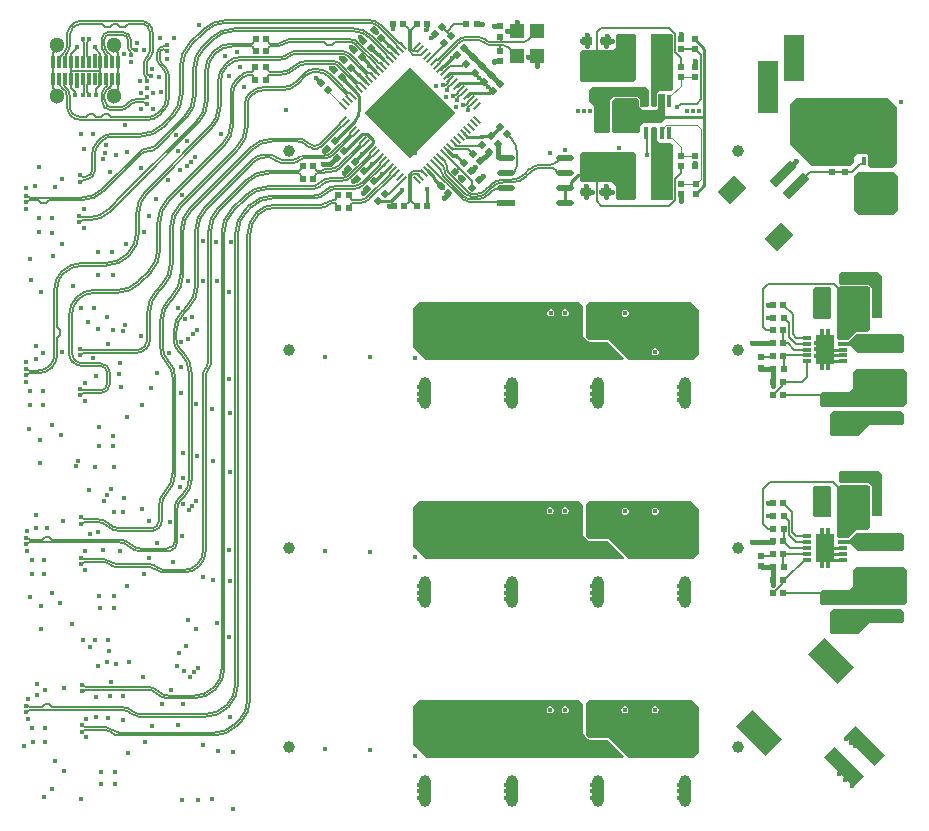
<source format=gbl>
G04*
G04 #@! TF.GenerationSoftware,Altium Limited,Altium Designer,24.0.1 (36)*
G04*
G04 Layer_Physical_Order=4*
G04 Layer_Color=12517376*
%FSLAX44Y44*%
%MOMM*%
G71*
G04*
G04 #@! TF.SameCoordinates,6F16000C-B149-46FA-B592-FBC60BD1AF14*
G04*
G04*
G04 #@! TF.FilePolarity,Positive*
G04*
G01*
G75*
%ADD10C,0.2032*%
%ADD14C,0.2540*%
%ADD15C,0.1524*%
%ADD17C,0.1270*%
%ADD25R,0.5000X0.5000*%
%ADD26R,0.5000X0.5000*%
%ADD29R,1.2000X1.3000*%
%ADD30R,0.7500X0.8500*%
%ADD57C,0.1308*%
%ADD58C,0.1308*%
%ADD59C,0.1090*%
%ADD65C,0.3810*%
%ADD66C,0.1016*%
%ADD69C,1.0000*%
%ADD70C,1.3000*%
%ADD71R,1.8000X4.5000*%
%ADD72R,1.8000X4.0000*%
%ADD73R,5.0000X2.6000*%
%ADD74C,0.4000*%
%ADD76C,0.2540*%
%ADD77O,1.5000X0.5000*%
%ADD78R,1.5000X0.5000*%
%ADD79P,0.7071X4X180.0*%
%ADD80R,0.4200X0.6600*%
%ADD81R,1.1000X3.7000*%
%ADD82R,0.8000X0.3000*%
%ADD83C,0.3040*%
%ADD84P,7.7782X4X90.0*%
G04:AMPARAMS|DCode=85|XSize=0.2mm|YSize=0.8mm|CornerRadius=0mm|HoleSize=0mm|Usage=FLASHONLY|Rotation=315.000|XOffset=0mm|YOffset=0mm|HoleType=Round|Shape=Round|*
%AMOVALD85*
21,1,0.6000,0.2000,0.0000,0.0000,45.0*
1,1,0.2000,-0.2121,-0.2121*
1,1,0.2000,0.2121,0.2121*
%
%ADD85OVALD85*%

G04:AMPARAMS|DCode=86|XSize=0.2mm|YSize=0.8mm|CornerRadius=0mm|HoleSize=0mm|Usage=FLASHONLY|Rotation=225.000|XOffset=0mm|YOffset=0mm|HoleType=Round|Shape=Round|*
%AMOVALD86*
21,1,0.6000,0.2000,0.0000,0.0000,315.0*
1,1,0.2000,-0.2121,0.2121*
1,1,0.2000,0.2121,-0.2121*
%
%ADD86OVALD86*%

%ADD87R,0.3000X1.0000*%
G04:AMPARAMS|DCode=88|XSize=2mm|YSize=3.5mm|CornerRadius=0mm|HoleSize=0mm|Usage=FLASHONLY|Rotation=45.000|XOffset=0mm|YOffset=0mm|HoleType=Round|Shape=Rectangle|*
%AMROTATEDRECTD88*
4,1,4,0.5303,-1.9446,-1.9446,0.5303,-0.5303,1.9446,1.9446,-0.5303,0.5303,-1.9446,0.0*
%
%ADD88ROTATEDRECTD88*%

G04:AMPARAMS|DCode=89|XSize=1.2mm|YSize=3.5mm|CornerRadius=0mm|HoleSize=0mm|Usage=FLASHONLY|Rotation=45.000|XOffset=0mm|YOffset=0mm|HoleType=Round|Shape=Rectangle|*
%AMROTATEDRECTD89*
4,1,4,0.8132,-1.6617,-1.6617,0.8132,-0.8132,1.6617,1.6617,-0.8132,0.8132,-1.6617,0.0*
%
%ADD89ROTATEDRECTD89*%

%ADD90R,0.8500X0.7500*%
%ADD91R,1.0000X2.7000*%
%ADD92O,1.0000X2.7000*%
%ADD93R,3.7000X1.1000*%
G04:AMPARAMS|DCode=94|XSize=0.8mm|YSize=2.5mm|CornerRadius=0mm|HoleSize=0mm|Usage=FLASHONLY|Rotation=315.000|XOffset=0mm|YOffset=0mm|HoleType=Round|Shape=Rectangle|*
%AMROTATEDRECTD94*
4,1,4,-1.1667,-0.6010,0.6010,1.1667,1.1667,0.6010,-0.6010,-1.1667,-1.1667,-0.6010,0.0*
%
%ADD94ROTATEDRECTD94*%

G04:AMPARAMS|DCode=95|XSize=1.95mm|YSize=1.5mm|CornerRadius=0mm|HoleSize=0mm|Usage=FLASHONLY|Rotation=225.000|XOffset=0mm|YOffset=0mm|HoleType=Round|Shape=Rectangle|*
%AMROTATEDRECTD95*
4,1,4,0.1591,1.2198,1.2198,0.1591,-0.1591,-1.2198,-1.2198,-0.1591,0.1591,1.2198,0.0*
%
%ADD95ROTATEDRECTD95*%

%ADD96P,0.7071X4X270.0*%
%ADD97R,0.4318X0.9779*%
%ADD98R,3.4600X0.5700*%
%ADD99R,2.3700X1.8300*%
G36*
X542544Y658622D02*
Y621030D01*
X540766Y619252D01*
X497078Y619252D01*
X495554Y620776D01*
Y644652D01*
X497078Y646176D01*
X523748D01*
X525780Y648208D01*
Y658368D01*
X527304Y659892D01*
X541274D01*
X542544Y658622D01*
D02*
G37*
G36*
X574040Y659130D02*
Y613156D01*
X572262Y611378D01*
X562400Y611378D01*
X560249Y609226D01*
Y598857D01*
X559643Y598251D01*
X556033D01*
X555321Y598962D01*
Y659207D01*
X556006Y659892D01*
X573278D01*
X574040Y659130D01*
D02*
G37*
G36*
X551180Y614934D02*
X554228Y611886D01*
Y599108D01*
X553290Y598170D01*
X547370D01*
X546608Y598932D01*
Y604266D01*
X544322Y606552D01*
X524002D01*
X520954Y603504D01*
Y577342D01*
X519430Y575818D01*
X509016Y575818D01*
X507238Y577596D01*
Y598678D01*
X504698Y601218D01*
X503428Y602488D01*
Y612140D01*
X506222Y614934D01*
X551180Y614934D01*
D02*
G37*
G36*
X567240Y608526D02*
Y587814D01*
X563880Y584454D01*
X549402D01*
X546354Y581406D01*
Y577596D01*
X544576Y575818D01*
X524002D01*
X522478Y577342D01*
Y602888D01*
X525126Y605536D01*
X543560D01*
X545592Y603504D01*
Y598170D01*
X548640Y595122D01*
X559816D01*
X561796Y597102D01*
Y608498D01*
X562390Y609092D01*
X566674Y609092D01*
X567240Y608526D01*
D02*
G37*
G36*
X763524Y597408D02*
Y575931D01*
Y550365D01*
X759259Y546100D01*
X742188D01*
X739648Y548640D01*
Y556260D01*
X738124Y557784D01*
X729742D01*
X727710Y555752D01*
Y551180D01*
X724662Y548132D01*
X691642D01*
X673608Y566166D01*
Y600456D01*
X678688Y605536D01*
X755396D01*
X763524Y597408D01*
D02*
G37*
G36*
X560249Y580211D02*
Y569842D01*
X562400Y567690D01*
X572262Y567690D01*
X574040Y565912D01*
Y519938D01*
X573278Y519176D01*
X556006D01*
X555321Y519861D01*
Y580106D01*
X556033Y580817D01*
X559643D01*
X560249Y580211D01*
D02*
G37*
G36*
X542544Y558038D02*
Y520446D01*
X541274Y519176D01*
X527304D01*
X525780Y520700D01*
Y530860D01*
X522674Y533966D01*
X497274D01*
X495554Y535686D01*
Y558292D01*
X497078Y559816D01*
X540766Y559816D01*
X542544Y558038D01*
D02*
G37*
G36*
X764540Y539496D02*
Y533146D01*
Y510794D01*
X760222Y506476D01*
X731520D01*
X727456Y510540D01*
X727456Y539418D01*
X730582Y542544D01*
X761492D01*
X764540Y539496D01*
D02*
G37*
G36*
X751078Y454660D02*
X751078Y420116D01*
X750316Y419354D01*
X743204D01*
X742442Y420116D01*
Y444754D01*
X739902Y447294D01*
X716280D01*
X715010Y448564D01*
Y456438D01*
X716280Y457708D01*
X748030D01*
X751078Y454660D01*
D02*
G37*
G36*
X707898Y443992D02*
Y419608D01*
X706882Y418592D01*
X694182D01*
X692912Y419862D01*
Y443484D01*
X694436Y445008D01*
X706882D01*
X707898Y443992D01*
D02*
G37*
G36*
X707057Y404340D02*
X710657D01*
Y401292D01*
X710657Y401292D01*
Y380340D01*
X707057D01*
Y375292D01*
X704057D01*
Y380340D01*
X702057D01*
Y375292D01*
X699057D01*
Y380340D01*
X695457D01*
Y404340D01*
X699057D01*
Y409492D01*
X702057D01*
Y404340D01*
X704057D01*
Y409492D01*
X707057D01*
Y404340D01*
D02*
G37*
G36*
X739140Y446024D02*
X741426Y443738D01*
X741426Y409702D01*
X738886Y407162D01*
X728986D01*
X722209Y400384D01*
X714421D01*
X712978Y401828D01*
Y405892D01*
Y443484D01*
X715518Y446024D01*
X739140Y446024D01*
D02*
G37*
G36*
X770128Y403606D02*
Y391414D01*
X768096Y389382D01*
X730504D01*
X724205Y395681D01*
X714148Y395681D01*
X713740Y396089D01*
Y398647D01*
X714095Y399002D01*
X723106Y399002D01*
X729488Y405384D01*
X768350D01*
X770128Y403606D01*
D02*
G37*
G36*
X595884Y426212D02*
Y388874D01*
X590804Y383794D01*
X536702D01*
X520192Y400304D01*
X503174D01*
X500634Y402844D01*
Y429768D01*
X503428Y432562D01*
X589534D01*
X595884Y426212D01*
D02*
G37*
G36*
X498348Y429260D02*
Y403860D01*
X499655Y402553D01*
X499856Y402066D01*
X502396Y399526D01*
X502883Y399325D01*
X503428Y398780D01*
X518922D01*
X532735Y384967D01*
X532249Y383794D01*
X364998D01*
X353822Y394970D01*
Y427228D01*
X359410Y432816D01*
X494792D01*
X498348Y429260D01*
D02*
G37*
G36*
X772414Y373126D02*
Y346710D01*
X769366Y343662D01*
X700532D01*
X699008Y345186D01*
Y355092D01*
X700786Y356870D01*
X723900Y356870D01*
X726694Y359664D01*
Y373380D01*
X729488Y376174D01*
X769366D01*
X772414Y373126D01*
D02*
G37*
G36*
X769620Y338074D02*
Y330454D01*
X767842Y328676D01*
X740410Y328676D01*
X730758Y319024D01*
X708914D01*
X707390Y320548D01*
Y337820D01*
X709930Y340360D01*
X767334D01*
X769620Y338074D01*
D02*
G37*
G36*
X751093Y286856D02*
X751093Y252312D01*
X750331Y251550D01*
X743219D01*
X742457Y252312D01*
Y276950D01*
X739917Y279490D01*
X716295D01*
X715025Y280760D01*
Y288634D01*
X716295Y289904D01*
X748045D01*
X751093Y286856D01*
D02*
G37*
G36*
X707913Y276188D02*
Y251804D01*
X706897Y250788D01*
X694197D01*
X692927Y252058D01*
Y275680D01*
X694451Y277204D01*
X706897D01*
X707913Y276188D01*
D02*
G37*
G36*
X707057Y236446D02*
X710657D01*
Y233398D01*
X710657Y233398D01*
Y212446D01*
X707057D01*
Y207398D01*
X704057D01*
Y212446D01*
X702057D01*
Y207398D01*
X699057D01*
Y212446D01*
X695457D01*
Y236446D01*
X699057D01*
Y241598D01*
X702057D01*
Y236446D01*
X704057D01*
Y241598D01*
X707057D01*
Y236446D01*
D02*
G37*
G36*
X739140Y278130D02*
X741426Y275844D01*
X741426Y241808D01*
X738886Y239268D01*
X728986D01*
X722209Y232491D01*
X714421D01*
X712978Y233934D01*
Y237998D01*
Y275590D01*
X715518Y278130D01*
X739140Y278130D01*
D02*
G37*
G36*
X770128Y235712D02*
Y223520D01*
X768096Y221488D01*
X730504D01*
X724205Y227787D01*
X714148Y227787D01*
X713740Y228195D01*
Y230753D01*
X714095Y231108D01*
X723106Y231108D01*
X729488Y237490D01*
X768350D01*
X770128Y235712D01*
D02*
G37*
G36*
X595884Y257556D02*
Y220218D01*
X590804Y215138D01*
X536702D01*
X520192Y231648D01*
X503174D01*
X500634Y234188D01*
Y261112D01*
X503428Y263906D01*
X589534D01*
X595884Y257556D01*
D02*
G37*
G36*
X498348Y260604D02*
Y235204D01*
X499655Y233897D01*
X499856Y233410D01*
X502396Y230870D01*
X502883Y230669D01*
X503428Y230124D01*
X518922D01*
X532735Y216311D01*
X532249Y215138D01*
X364998D01*
X353822Y226314D01*
Y258572D01*
X359410Y264160D01*
X494792D01*
X498348Y260604D01*
D02*
G37*
G36*
X772429Y205322D02*
Y178906D01*
X769381Y175858D01*
X700547D01*
X699023Y177382D01*
Y187288D01*
X700801Y189066D01*
X723915Y189066D01*
X726709Y191860D01*
Y205576D01*
X729503Y208370D01*
X769381D01*
X772429Y205322D01*
D02*
G37*
G36*
X769635Y170270D02*
Y162650D01*
X767857Y160872D01*
X740425Y160872D01*
X730773Y151220D01*
X708929D01*
X707405Y152744D01*
Y170016D01*
X709945Y172556D01*
X767349D01*
X769635Y170270D01*
D02*
G37*
G36*
X595884Y89408D02*
Y52070D01*
X590804Y46990D01*
X536702D01*
X520192Y63500D01*
X503174D01*
X500634Y66040D01*
Y92964D01*
X503428Y95758D01*
X589534D01*
X595884Y89408D01*
D02*
G37*
G36*
X498348Y92456D02*
Y67056D01*
X499655Y65749D01*
X499856Y65262D01*
X502396Y62722D01*
X502883Y62521D01*
X503428Y61976D01*
X518922D01*
X532735Y48163D01*
X532249Y46990D01*
X364998D01*
X353822Y58166D01*
Y90424D01*
X359410Y96012D01*
X494792D01*
X498348Y92456D01*
D02*
G37*
%LPC*%
G36*
X534254Y426180D02*
X533054D01*
X531946Y425721D01*
X531097Y424872D01*
X530638Y423764D01*
Y422564D01*
X531097Y421456D01*
X531946Y420607D01*
X533054Y420148D01*
X534254D01*
X535362Y420607D01*
X536211Y421456D01*
X536670Y422564D01*
Y423764D01*
X536211Y424872D01*
X535362Y425721D01*
X534254Y426180D01*
D02*
G37*
G36*
X559654Y393414D02*
X558454D01*
X557346Y392955D01*
X556497Y392106D01*
X556038Y390998D01*
Y389798D01*
X556497Y388690D01*
X557346Y387841D01*
X558454Y387382D01*
X559654D01*
X560762Y387841D01*
X561611Y388690D01*
X562070Y389798D01*
Y390998D01*
X561611Y392106D01*
X560762Y392955D01*
X559654Y393414D01*
D02*
G37*
G36*
X483454Y426434D02*
X482254D01*
X481146Y425975D01*
X480297Y425126D01*
X479838Y424018D01*
Y422818D01*
X480297Y421710D01*
X481146Y420861D01*
X482254Y420402D01*
X483454D01*
X484562Y420861D01*
X485411Y421710D01*
X485870Y422818D01*
Y424018D01*
X485411Y425126D01*
X484562Y425975D01*
X483454Y426434D01*
D02*
G37*
G36*
X471262D02*
X470062D01*
X468954Y425975D01*
X468105Y425126D01*
X467646Y424018D01*
Y422818D01*
X468105Y421710D01*
X468954Y420861D01*
X470062Y420402D01*
X471262D01*
X472370Y420861D01*
X473219Y421710D01*
X473678Y422818D01*
Y424018D01*
X473219Y425126D01*
X472370Y425975D01*
X471262Y426434D01*
D02*
G37*
G36*
X559654Y258540D02*
X558454D01*
X557346Y258081D01*
X556497Y257232D01*
X556038Y256124D01*
Y254924D01*
X556497Y253816D01*
X557346Y252967D01*
X558454Y252508D01*
X559654D01*
X560762Y252967D01*
X561611Y253816D01*
X562070Y254924D01*
Y256124D01*
X561611Y257232D01*
X560762Y258081D01*
X559654Y258540D01*
D02*
G37*
G36*
X534254D02*
X533054D01*
X531946Y258081D01*
X531097Y257232D01*
X530638Y256124D01*
Y254924D01*
X531097Y253816D01*
X531946Y252967D01*
X533054Y252508D01*
X534254D01*
X535362Y252967D01*
X536211Y253816D01*
X536670Y254924D01*
Y256124D01*
X536211Y257232D01*
X535362Y258081D01*
X534254Y258540D01*
D02*
G37*
G36*
X483708Y259048D02*
X482508D01*
X481400Y258589D01*
X480551Y257740D01*
X480092Y256632D01*
Y255432D01*
X480551Y254324D01*
X481400Y253475D01*
X482508Y253016D01*
X483708D01*
X484816Y253475D01*
X485665Y254324D01*
X486124Y255432D01*
Y256632D01*
X485665Y257740D01*
X484816Y258589D01*
X483708Y259048D01*
D02*
G37*
G36*
X471008D02*
X469808D01*
X468700Y258589D01*
X467851Y257740D01*
X467392Y256632D01*
Y255432D01*
X467851Y254324D01*
X468700Y253475D01*
X469808Y253016D01*
X471008D01*
X472116Y253475D01*
X472965Y254324D01*
X473424Y255432D01*
Y256632D01*
X472965Y257740D01*
X472116Y258589D01*
X471008Y259048D01*
D02*
G37*
G36*
X559908Y90646D02*
X558708D01*
X557600Y90187D01*
X556751Y89338D01*
X556292Y88230D01*
Y87030D01*
X556751Y85922D01*
X557600Y85073D01*
X558708Y84614D01*
X559908D01*
X561016Y85073D01*
X561865Y85922D01*
X562324Y87030D01*
Y88230D01*
X561865Y89338D01*
X561016Y90187D01*
X559908Y90646D01*
D02*
G37*
G36*
X534000D02*
X532800D01*
X531692Y90187D01*
X530843Y89338D01*
X530384Y88230D01*
Y87030D01*
X530843Y85922D01*
X531692Y85073D01*
X532800Y84614D01*
X534000D01*
X535108Y85073D01*
X535957Y85922D01*
X536416Y87030D01*
Y88230D01*
X535957Y89338D01*
X535108Y90187D01*
X534000Y90646D01*
D02*
G37*
G36*
X483454Y90392D02*
X482254D01*
X481146Y89933D01*
X480297Y89084D01*
X479838Y87976D01*
Y86776D01*
X480297Y85668D01*
X481146Y84819D01*
X482254Y84360D01*
X483454D01*
X484562Y84819D01*
X485411Y85668D01*
X485870Y86776D01*
Y87976D01*
X485411Y89084D01*
X484562Y89933D01*
X483454Y90392D01*
D02*
G37*
G36*
X470754D02*
X469554D01*
X468446Y89933D01*
X467597Y89084D01*
X467138Y87976D01*
Y86776D01*
X467597Y85668D01*
X468446Y84819D01*
X469554Y84360D01*
X470754D01*
X471862Y84819D01*
X472711Y85668D01*
X473170Y86776D01*
Y87976D01*
X472711Y89084D01*
X471862Y89933D01*
X470754Y90392D01*
D02*
G37*
%LPD*%
D10*
X678085Y530573D02*
X678085D01*
X690383Y542870D02*
X708660D01*
X678085Y530573D02*
X690383Y542870D01*
X708785Y542995D02*
X719965D01*
X720090Y543120D01*
X708660Y542870D02*
X708785Y542995D01*
X732398Y549880D02*
X735164D01*
X725638Y543120D02*
X732398Y549880D01*
X736248Y550964D02*
Y552164D01*
X735164Y549880D02*
X736248Y550964D01*
X720090Y543120D02*
X725638D01*
X89461Y635596D02*
Y642757D01*
Y621196D02*
Y635596D01*
Y617696D02*
Y621196D01*
X64463Y621223D02*
X64476Y621209D01*
X68965Y647260D02*
Y648085D01*
X64463Y635596D02*
Y642757D01*
X68965Y647260D01*
Y648085D02*
X69342Y648462D01*
X84582Y647675D02*
X85721Y646537D01*
X84582Y647675D02*
Y648208D01*
X85721Y646498D02*
Y646537D01*
Y646498D02*
X89461Y642757D01*
X88977Y617212D02*
X89461Y617696D01*
X88977Y616306D02*
Y617212D01*
X85975Y613303D02*
X88977Y616306D01*
X67949Y608707D02*
Y610548D01*
X64463Y614035D02*
Y621196D01*
Y614035D02*
X67949Y610548D01*
Y608707D02*
X68326Y608330D01*
X85975Y608707D02*
Y613303D01*
X85598Y608330D02*
X85975Y608707D01*
X64463Y621223D02*
Y635596D01*
X64526Y628395D02*
X89289D01*
X64476Y628445D02*
X64526Y628395D01*
X64463Y635596D02*
X64476Y635583D01*
Y628445D02*
Y635583D01*
X64463Y621196D02*
X64476Y621209D01*
X687842Y219305D02*
X688073Y219536D01*
D14*
X420300Y573394D02*
G03*
X420302Y573396I-572J576D01*
G01*
X419728Y573158D02*
G03*
X420300Y573394I0J812D01*
G01*
X296380Y619722D02*
G03*
X296147Y620285I-796J0D01*
G01*
X304809Y585694D02*
G03*
X308504Y594614I-8920J8920D01*
G01*
X305952Y610150D02*
G03*
X305934Y610168I-6221J-6185D01*
G01*
X307645Y607749D02*
G03*
X305952Y610150I-7915J-3785D01*
G01*
X308504Y605209D02*
G03*
X308182Y606626I-3286J0D01*
G01*
X413562Y573158D02*
X419728D01*
X420302Y573396D02*
X427467Y580561D01*
X420300Y573394D02*
X420302Y573396D01*
X482708Y516128D02*
Y528828D01*
X488179Y529964D02*
Y534299D01*
X494022Y540142D02*
X500888D01*
X488179Y534299D02*
X494022Y540142D01*
X487042Y528828D02*
X488179Y529964D01*
X482708Y528828D02*
X487042D01*
X372232Y536580D02*
X377564Y531248D01*
X372232Y536580D02*
Y538195D01*
X366030Y544397D02*
X372232Y538195D01*
X377564Y531248D02*
X379669Y529143D01*
X271780Y622554D02*
X276438Y617896D01*
X296380Y619722D02*
X305934Y610168D01*
X296147Y620285D02*
X296147Y620285D01*
X293624Y622808D02*
X296147Y620285D01*
X307015Y570945D02*
X307015D01*
X295910Y560578D02*
X296648D01*
X307015Y570945D01*
X307015D02*
X308754Y572684D01*
X315074Y575254D02*
X320232Y570096D01*
X311324Y575254D02*
X315074D01*
X308754Y572684D02*
X311324Y575254D01*
X300277Y581162D02*
X304809Y585694D01*
X308504Y594614D02*
Y605209D01*
X307645Y607749D02*
X308182Y606626D01*
X703580Y382778D02*
X703929Y382429D01*
X718071D01*
X704008Y387430D02*
X718071D01*
X703580Y387858D02*
X704008Y387430D01*
X704850Y393192D02*
X705613Y392429D01*
X718071D01*
X705961Y214535D02*
X718071D01*
X705358Y215138D02*
X705961Y214535D01*
X705786Y219536D02*
X718071D01*
X705612Y219710D02*
X705786Y219536D01*
X706629Y224535D02*
X718071D01*
X706374Y224790D02*
X706629Y224535D01*
X324655Y518457D02*
X335831D01*
X344932Y527558D01*
X365878Y513588D02*
X365946Y513656D01*
Y528506D01*
X366014Y528574D01*
X383003Y561369D02*
X383003D01*
X390520Y556646D02*
X396868Y550298D01*
X383003Y561369D02*
X387726Y556646D01*
X390520D01*
X320232Y567172D02*
Y570096D01*
X317249Y564189D02*
X320232Y567172D01*
X308754Y572684D02*
X308754D01*
X317249Y564189D02*
Y564189D01*
X311152Y558091D02*
X317249Y564189D01*
X389897Y641470D02*
X391026D01*
X387096Y639064D02*
X387491D01*
X389897Y641470D01*
X379848Y632082D02*
X380114D01*
X387096Y639064D01*
X377345Y629960D02*
X377727D01*
X379848Y632082D01*
X369062Y656336D02*
X369457D01*
X372294Y659173D02*
X372915D01*
X369457Y656336D02*
X372294Y659173D01*
X333756Y649732D02*
Y649986D01*
X327406Y656336D02*
Y656590D01*
Y656336D02*
X333756Y649986D01*
X333746Y650230D02*
X339862Y644115D01*
X325095Y641883D02*
X325374Y641604D01*
X318516Y647700D02*
X324333Y641883D01*
X325095D01*
X325386Y641604D02*
X329448Y637542D01*
X325374Y641604D02*
X325386D01*
X308356Y624586D02*
X308413D01*
X314354Y618645D01*
X314412D01*
X302006Y631063D02*
X308356Y624713D01*
Y624586D02*
Y624713D01*
X302006Y631063D02*
Y631190D01*
X316459Y632993D02*
Y634009D01*
X310642Y639826D02*
X316459Y634009D01*
X317018Y632994D02*
X322889Y627123D01*
X316459Y632993D02*
X316738Y632714D01*
X399872Y572770D02*
X413175D01*
X397138Y575504D02*
X399872Y572770D01*
X413175D02*
X413562Y573158D01*
X397138Y575504D02*
X397138D01*
X413900Y618610D02*
X417830Y614680D01*
X406400Y626230D02*
X410210Y622420D01*
X305054Y551994D02*
X311152Y558091D01*
X305054Y551714D02*
Y551994D01*
Y551714D02*
X311152Y557812D01*
Y558091D01*
X305054Y551434D02*
Y551714D01*
X313252Y543560D02*
X313575D01*
X312928D02*
X313252D01*
X319651Y549636D02*
X325727Y555712D01*
X313575Y543560D02*
X319651Y549636D01*
X313252Y543560D02*
X319327Y549636D01*
X319651D01*
X328049Y541079D02*
X334204Y547234D01*
X321894Y534924D02*
X328049Y541079D01*
X321602Y534924D02*
X321894D01*
X327757Y541079D02*
X328049D01*
X321310Y534924D02*
X321602D01*
X327757Y541079D01*
X337253Y663897D02*
Y667571D01*
X337058Y663702D02*
X337253Y663897D01*
Y667571D02*
X337448Y667766D01*
X365506Y663194D02*
X365599Y663287D01*
Y667673D02*
X365692Y667766D01*
X365599Y663287D02*
Y667673D01*
X421640Y610990D02*
X421760D01*
X304927Y551434D02*
X305054D01*
X412401Y618610D02*
X413900D01*
X410210Y622300D02*
X413900Y618610D01*
X410210Y622300D02*
Y622420D01*
X404781Y626230D02*
X406400D01*
X417950Y614680D02*
X421640Y610990D01*
X417830Y614680D02*
X417950D01*
X600837Y589441D02*
Y647251D01*
Y531631D02*
Y589441D01*
X548547D02*
X600837D01*
X548386Y589280D02*
X548547Y589441D01*
X593344Y524138D02*
X600837Y531631D01*
X592836Y655252D02*
X600837Y647251D01*
X383003Y624303D02*
X383003D01*
X385590Y626890D01*
X404120D01*
X404781Y626230D01*
X412281Y618490D02*
X412401Y618610D01*
X394145Y618490D02*
X412281D01*
X391480Y615825D02*
X391480D01*
X394145Y618490D01*
X399976Y607330D02*
X399976D01*
X402563Y609918D01*
X418948D01*
X420021Y610990D01*
X287782Y568706D02*
X287801D01*
X300257Y581162D01*
X339862Y644095D02*
Y644115D01*
D15*
X49461Y635596D02*
Y643290D01*
Y621196D02*
Y635596D01*
X509842Y639112D02*
Y661226D01*
X513334Y664718D01*
X666295Y193608D02*
Y195958D01*
X659213Y186526D02*
X666295Y193608D01*
Y195958D02*
X667713Y197376D01*
X659198Y354330D02*
X666280Y361412D01*
Y363762D02*
X667698Y365179D01*
X666280Y361412D02*
Y363762D01*
X648462Y385754D02*
X658074D01*
X659198Y386878D01*
X100962Y610001D02*
X104396Y613435D01*
X104463Y621196D02*
Y635596D01*
X100962Y606896D02*
Y610001D01*
X104396Y613435D02*
Y621129D01*
X104463Y635596D02*
Y643290D01*
X100962Y646790D02*
Y649896D01*
Y646790D02*
X104463Y643290D01*
X52962Y646790D02*
Y649896D01*
X49461Y643290D02*
X52962Y646790D01*
Y606896D02*
Y610001D01*
X49461Y613502D02*
Y621196D01*
Y613502D02*
X52962Y610001D01*
X654349Y448056D02*
X710176D01*
X650240Y411480D02*
Y443947D01*
X654349Y448056D01*
X650240Y411480D02*
X653143Y408577D01*
X659262D01*
X710176Y448056D02*
X718058Y440174D01*
X650272Y244824D02*
Y274475D01*
X655959Y280162D01*
X709781D01*
X714585Y275358D02*
X715085D01*
X709781Y280162D02*
X714585Y275358D01*
X717582Y272361D02*
Y272861D01*
X715085Y275358D02*
X717582Y272861D01*
X650272Y244824D02*
X654323Y240773D01*
X659277D01*
X718809Y228798D02*
X718833Y228822D01*
X724628D01*
X725364Y229559D02*
X726034D01*
X724628Y228822D02*
X725364Y229559D01*
X718071Y229536D02*
X718809Y228798D01*
X667713Y186526D02*
X699045D01*
X700762Y184809D01*
X701432D01*
X672242Y235759D02*
Y247376D01*
X678465Y229536D02*
X688073D01*
X672242Y235759D02*
X678465Y229536D01*
X675210Y237806D02*
Y254975D01*
Y237806D02*
X678481Y234535D01*
X667713Y262472D02*
X675210Y254975D01*
X678481Y234535D02*
X688073D01*
X667995Y251623D02*
X672242Y247376D01*
X658904Y251714D02*
X658995Y251623D01*
X654304Y251714D02*
X658904D01*
X667777Y229988D02*
Y240773D01*
X667713Y229924D02*
X667777Y229988D01*
X667713Y229924D02*
X673102Y224535D01*
X688073D01*
X658089Y217950D02*
X659213Y219074D01*
X648477Y217950D02*
X658089D01*
X667713Y219074D02*
X668175Y219536D01*
X687612D02*
X687842Y219305D01*
X668175Y219536D02*
X687612D01*
X667713Y208507D02*
Y219074D01*
Y208507D02*
X667995Y208225D01*
X669451Y199114D02*
X670152D01*
X685573Y214535D02*
X688073D01*
X670152Y199114D02*
X685573Y214535D01*
X718071Y397430D02*
X718078Y397422D01*
X725264D02*
X725272Y397415D01*
X718078Y397422D02*
X725264D01*
X658907Y419354D02*
X658980Y419426D01*
X654304Y419354D02*
X658907D01*
X671779Y397728D02*
X677078Y392429D01*
X688073D01*
X667698Y397728D02*
X671779D01*
X675796Y405264D02*
Y422178D01*
Y405264D02*
X678631Y402429D01*
X667698Y430276D02*
X675796Y422178D01*
X672243Y403399D02*
X678212Y397430D01*
X672243Y403399D02*
Y415163D01*
X678212Y397430D02*
X688073D01*
X678631Y402429D02*
X688073D01*
X667980Y419426D02*
X672243Y415163D01*
X667698Y354330D02*
X699030D01*
X700747Y352613D01*
X701417D01*
X667698Y365179D02*
X683695D01*
X688073Y369557D02*
Y382429D01*
X683695Y365179D02*
X688073Y369557D01*
X667980Y376029D02*
Y387160D01*
X668250Y387430D01*
X688073D01*
X667698Y397728D02*
X667762Y397792D01*
Y408577D01*
X513334Y664718D02*
X570992D01*
X576072Y659638D01*
Y644572D02*
X581152Y639492D01*
X576072Y644572D02*
Y659638D01*
X581152Y631816D02*
Y639492D01*
X382735Y661373D02*
X386545Y657563D01*
X378925Y665183D02*
X382735Y661373D01*
X389128Y667766D01*
X399356D01*
X368868Y638438D02*
X380535Y650105D01*
Y651553D01*
X351536Y592836D02*
Y594004D01*
Y592836D02*
X368471D01*
D17*
X440126Y543250D02*
G03*
X440131Y543256I-4165J4176D01*
G01*
X435961Y541528D02*
G03*
X440126Y543250I0J5898D01*
G01*
X440137Y543261D02*
G03*
X441859Y547426I-4176J4165D01*
G01*
X440131Y543256D02*
G03*
X440137Y543261I-4171J4171D01*
G01*
X437674Y570355D02*
G03*
X437668Y570360I-10122J-10112D01*
G01*
X441859Y560243D02*
G03*
X437674Y570355I-14308J0D01*
G01*
X475411Y543999D02*
G03*
X469465Y546459I-5946J-5958D01*
G01*
X475416Y543993D02*
G03*
X475411Y543999I-5952J-5952D01*
G01*
X475877Y551480D02*
G03*
X475883Y551486I-6613J6625D01*
G01*
X469264Y548745D02*
G03*
X475877Y551480I0J9360D01*
G01*
X461960Y548745D02*
G03*
X452712Y544914I0J-13078D01*
G01*
X462803Y546459D02*
G03*
X453733Y542702I0J-12827D01*
G01*
X449973Y538942D02*
G03*
X449976Y538945I-11779J11785D01*
G01*
X438194Y534065D02*
G03*
X449973Y538942I0J16662D01*
G01*
X448874Y541076D02*
G03*
X448882Y541084I-11419J11434D01*
G01*
X437455Y536351D02*
G03*
X448874Y541076I0J16159D01*
G01*
X430762Y536351D02*
G03*
X419827Y531821I0J-15464D01*
G01*
X431292Y534065D02*
G03*
X421069Y529830I0J-14458D01*
G01*
X420747Y526276D02*
G03*
X420742Y526271I6169J-6179D01*
G01*
X426916Y528828D02*
G03*
X420747Y526276I0J-8731D01*
G01*
X418182Y523710D02*
G03*
X418185Y523713I-9692J9698D01*
G01*
X408489Y519697D02*
G03*
X418182Y523710I0J13711D01*
G01*
X408285Y521983D02*
G03*
X416713Y525474I0J11918D01*
G01*
X408000Y524269D02*
G03*
X415298Y527292I0J10320D01*
G01*
X400313Y525771D02*
G03*
X403292Y524312I3638J3656D01*
G01*
X403515Y524283D02*
G03*
X403726Y524269I211J1637D01*
G01*
X396009Y519707D02*
G03*
X401553Y517411I5543J5543D01*
G01*
X396742Y522208D02*
G03*
X402810Y519697I6068J6078D01*
G01*
X396737Y522213D02*
G03*
X396742Y522208I6073J6073D01*
G01*
X397972Y524210D02*
G03*
X403349Y521983I5377J5377D01*
G01*
X400304Y525780D02*
G03*
X400313Y525771I3647J3647D01*
G01*
X378714Y541632D02*
G03*
X379699Y539251I3370J0D01*
G01*
X378714Y541632D02*
G03*
X377727Y544015I-3370J0D01*
G01*
X379699Y539251D02*
G03*
X379701Y539249I2386J2381D01*
G01*
X381000Y544120D02*
G03*
X379376Y548042I-5546J0D01*
G01*
X381000Y542651D02*
G03*
X382038Y540144I3546J0D01*
G01*
X383286Y546593D02*
G03*
X381028Y552029I-7708J-15D01*
G01*
X383960Y542124D02*
G03*
X384196Y541860I2431J1932D01*
G01*
X383286Y544056D02*
G03*
X383960Y542124I3105J0D01*
G01*
X383286Y546578D02*
G03*
X383286Y546593I-7708J0D01*
G01*
X435556Y541528D02*
X435961D01*
X441859Y547426D02*
Y560243D01*
X433478Y574551D02*
X437668Y570360D01*
X462803Y546459D02*
X469465D01*
X475416Y543993D02*
X477882Y541528D01*
X461960Y548745D02*
X469264D01*
X475883Y551486D02*
X478624Y554228D01*
X448882Y541084D02*
X452712Y544914D01*
X449976Y538945D02*
X453733Y542702D01*
X431292Y534065D02*
X438194D01*
X430762Y536351D02*
X437455D01*
X415298Y527292D02*
X419827Y531821D01*
X416713Y525474D02*
X421069Y529830D01*
X418185Y523713D02*
X420742Y526271D01*
X426916Y528828D02*
X432708D01*
X402810Y519697D02*
X408489D01*
X403349Y521983D02*
X408285D01*
X403726Y524269D02*
X408000D01*
X403292Y524312D02*
X403515Y524283D01*
X371354Y544363D02*
X396009Y519707D01*
X401553Y517411D02*
X431425D01*
X379701Y539249D02*
X396737Y522213D01*
X379699Y539251D02*
X379701Y539249D01*
X382038Y540144D02*
X397972Y524210D01*
X394737Y531347D02*
X400304Y525780D01*
X371688Y550054D02*
X377727Y544015D01*
X381000Y542651D02*
Y544120D01*
X368868Y547037D02*
Y547234D01*
X371354Y544363D02*
Y544550D01*
X368868Y547037D02*
X371354Y544550D01*
X384196Y541860D02*
X394709Y531347D01*
X383286Y544056D02*
Y546578D01*
X374525Y552892D02*
X379376Y548042D01*
X379467Y553590D02*
X381028Y552029D01*
X377345Y555712D02*
X379467Y553590D01*
X394709Y531347D02*
X394737D01*
X431425Y517411D02*
X432708Y516128D01*
X477882Y541528D02*
X482708D01*
X478624Y554228D02*
X482708D01*
X509524Y523963D02*
X509549Y523988D01*
X509524Y527248D02*
Y540683D01*
Y517906D02*
Y523963D01*
X509549Y523988D02*
Y527223D01*
X509524Y527248D02*
X509549Y527223D01*
X509524Y517906D02*
X513334Y514096D01*
X577596Y597662D02*
X580644Y600710D01*
X594360D01*
X597916Y604266D01*
Y641672D01*
X551590Y575882D02*
X551797Y575674D01*
Y557530D02*
Y575674D01*
X575818Y519381D02*
Y536448D01*
X581152Y541782D01*
X570484Y514096D02*
X573913Y517525D01*
X573962D01*
X575818Y519381D01*
X513334Y514096D02*
X570484D01*
X581152Y541782D02*
Y547506D01*
X592836Y646752D02*
X597916Y641672D01*
X581406Y646752D02*
X592836D01*
X397033Y634027D02*
X399077D01*
X395466Y632460D02*
X397033Y634027D01*
X380183Y627123D02*
X385520Y632460D01*
X395466D01*
X334067Y524467D02*
X345519Y535919D01*
X330665Y524467D02*
X334067D01*
X352780Y518186D02*
X357378Y513588D01*
X352780Y539138D02*
X354502Y540860D01*
X352780Y518186D02*
Y539138D01*
X354502Y540860D02*
X358251D01*
X350291Y517677D02*
Y540029D01*
X346202Y513588D02*
X350291Y517677D01*
Y540029D02*
X353960Y543698D01*
X358251Y540860D02*
X360373Y538739D01*
X350291Y645789D02*
Y663422D01*
X345948Y667766D02*
X350291Y663422D01*
X352780Y663354D02*
X357192Y667766D01*
X352780Y646534D02*
Y663354D01*
X361089Y641974D02*
X363210Y644095D01*
X354107Y641974D02*
X361089D01*
X350291Y645789D02*
X354107Y641974D01*
X358251Y644812D02*
X360373Y646933D01*
X352780Y646534D02*
X354502Y644812D01*
X358251D01*
D25*
X708660Y542870D02*
D03*
Y551870D02*
D03*
X648477Y217950D02*
D03*
Y208950D02*
D03*
X720090Y543120D02*
D03*
Y551620D02*
D03*
X593090Y556070D02*
D03*
Y547570D02*
D03*
X592836Y623384D02*
D03*
Y631884D02*
D03*
X593344Y524138D02*
D03*
Y532638D02*
D03*
X581406D02*
D03*
Y524138D02*
D03*
X581152Y547506D02*
D03*
Y556006D02*
D03*
X427482Y645596D02*
D03*
Y636596D02*
D03*
Y666170D02*
D03*
Y657170D02*
D03*
X592836Y655252D02*
D03*
X581406D02*
D03*
X648462Y376754D02*
D03*
X581152Y631816D02*
D03*
X592836Y646752D02*
D03*
X648462Y385754D02*
D03*
X581152Y623316D02*
D03*
X581406Y646752D02*
D03*
D26*
X667713Y229924D02*
D03*
X659213D02*
D03*
X667713Y262472D02*
D03*
X659213D02*
D03*
X667713Y219074D02*
D03*
X659213D02*
D03*
X659277Y240773D02*
D03*
X667777D02*
D03*
X220798Y644906D02*
D03*
Y655574D02*
D03*
X220544Y621030D02*
D03*
Y631698D02*
D03*
X260748Y537210D02*
D03*
X260676Y548132D02*
D03*
X290648Y512318D02*
D03*
X290576Y523240D02*
D03*
X229798Y655574D02*
D03*
Y644906D02*
D03*
X229544Y631698D02*
D03*
Y621030D02*
D03*
X269676Y548132D02*
D03*
X269748Y537210D02*
D03*
X299576Y523240D02*
D03*
X299648Y512318D02*
D03*
X346202Y513588D02*
D03*
X337702D02*
D03*
X659198Y365179D02*
D03*
Y430276D02*
D03*
Y397728D02*
D03*
X659213Y197376D02*
D03*
X658980Y376029D02*
D03*
X658995Y208225D02*
D03*
X407856Y667766D02*
D03*
X365878Y513588D02*
D03*
X357378D02*
D03*
X337448Y667766D02*
D03*
X345948D02*
D03*
X357192D02*
D03*
X365692D02*
D03*
X667762Y408577D02*
D03*
X659262D02*
D03*
X659198Y386878D02*
D03*
X667698D02*
D03*
X667713Y197376D02*
D03*
X667698Y365179D02*
D03*
Y430276D02*
D03*
X659213Y186526D02*
D03*
X667713D02*
D03*
X667698Y397728D02*
D03*
X659198Y354330D02*
D03*
X667698D02*
D03*
X667995Y208225D02*
D03*
X658980Y419426D02*
D03*
X667980D02*
D03*
X658995Y251623D02*
D03*
X667995D02*
D03*
X667980Y376029D02*
D03*
X399356Y667766D02*
D03*
D29*
X458946Y661876D02*
D03*
Y640876D02*
D03*
X441946D02*
D03*
Y661876D02*
D03*
D30*
X732006Y439674D02*
D03*
X746506D02*
D03*
X732006Y424180D02*
D03*
X746506D02*
D03*
X718058D02*
D03*
X703558D02*
D03*
X746521Y256376D02*
D03*
X732021D02*
D03*
Y271870D02*
D03*
X746521D02*
D03*
X718073D02*
D03*
X703573D02*
D03*
Y256376D02*
D03*
X718073D02*
D03*
X529082Y581914D02*
D03*
X514582D02*
D03*
X529082Y597916D02*
D03*
X514582D02*
D03*
X703558Y439674D02*
D03*
X718058D02*
D03*
D57*
X126838Y667644D02*
G03*
X123767Y668274I-3071J-7175D01*
G01*
X129286Y665988D02*
G03*
X126838Y667644I-5519J-5519D01*
G01*
X131318Y661082D02*
G03*
X129289Y665985I-6938J0D01*
G01*
X66162Y591700D02*
G03*
X72172Y589280I6010J6252D01*
G01*
X131872Y640126D02*
G03*
X133642Y644400I-4274J4274D01*
G01*
Y661096D02*
G03*
X130939Y667622I-9228J0D01*
G01*
X129388Y624941D02*
G03*
X130994Y624276I1607J1607D01*
G01*
X132588Y623824D02*
G03*
X131497Y624276I-1091J-1091D01*
G01*
X130920Y667640D02*
G03*
X123780Y670598I-7141J-7141D01*
G01*
X72422D02*
G03*
X65941Y667921I0J-9183D01*
G01*
X63446Y665426D02*
G03*
X61132Y659839I5587J-5587D01*
G01*
X58755Y644135D02*
G03*
X60868Y647822I-5737J5737D01*
G01*
X128697Y626609D02*
G03*
X129388Y624941I2358J0D01*
G01*
X129717Y637971D02*
G03*
X128697Y635508I2463J-2463D01*
G01*
X57048Y642039D02*
G03*
X57158Y642165I-923J927D01*
G01*
X57423Y642803D02*
G03*
X57159Y642165I638J-638D01*
G01*
X129548Y641088D02*
G03*
X131318Y645362I-4274J4274D01*
G01*
X128410Y621692D02*
G03*
X127744Y623298I-2272J0D01*
G01*
X128410Y621189D02*
G03*
X128862Y620098I1543J0D01*
G01*
X72444Y668274D02*
G03*
X67556Y666250I0J-6912D01*
G01*
X128061Y639602D02*
G03*
X126373Y635525I4077J-4077D01*
G01*
X65770Y664463D02*
G03*
X63456Y658876I5587J-5587D01*
G01*
X126373Y625625D02*
G03*
X127040Y624002I2308J0D01*
G01*
X60413Y642507D02*
G03*
X63000Y646809I-7344J7344D01*
G01*
X60398Y642492D02*
G03*
X59620Y640612I1880J-1880D01*
G01*
X65941Y667921D02*
G03*
X65928Y667908I6481J-6506D01*
G01*
X60868Y647822D02*
G03*
X61132Y649872I-7850J2050D01*
G01*
X63000Y646809D02*
G03*
X63456Y649851I-9931J3043D01*
G01*
X127040Y624002D02*
G03*
X127049Y623994I1640J1624D01*
G01*
X56832Y641826D02*
G03*
X56654Y641635I1129J-1230D01*
G01*
X56832Y641826D02*
G03*
X56860Y641853I-894J955D01*
G01*
X59461Y635596D02*
G03*
X59620Y635978I-382J382D01*
G01*
X95131Y639764D02*
G03*
X94463Y638150I1614J-1614D01*
G01*
X95258Y640403D02*
G03*
X94722Y641459I-1308J0D01*
G01*
X116109Y647111D02*
G03*
X116110Y647109I1778J1778D01*
G01*
X92369Y659692D02*
G03*
X90468Y655105I4588J-4588D01*
G01*
X95407Y661162D02*
G03*
X92729Y660053I0J-3787D01*
G01*
X115211Y649018D02*
G03*
X115922Y647297I2438J0D01*
G01*
X113267Y659147D02*
G03*
X108403Y661162I-4864J-4864D01*
G01*
X115211Y654501D02*
G03*
X113301Y659113I-6523J0D01*
G01*
X116110Y647109D02*
G03*
X117886Y646374I1776J1780D01*
G01*
X119380Y645922D02*
G03*
X118289Y646374I-1091J-1091D01*
G01*
X93526Y642492D02*
G03*
X93558Y642459I7437J7404D01*
G01*
X90838Y647112D02*
G03*
X93519Y642498I10046J2752D01*
G01*
X90836Y647122D02*
G03*
X90838Y647112I10049J2742D01*
G01*
X90829Y647147D02*
G03*
X90836Y647122I10056J2717D01*
G01*
X90468Y649864D02*
G03*
X90829Y647147I10417J0D01*
G01*
X98124Y641385D02*
G03*
X97424Y642524I-1308J-18D01*
G01*
X95197Y644108D02*
G03*
X97128Y642681I5766J5788D01*
G01*
X99461Y638150D02*
G03*
X98795Y639762I-2283J0D01*
G01*
X98124Y641378D02*
G03*
X98791Y639766I2283J0D01*
G01*
X94024Y658061D02*
G03*
X92792Y655084I2981J-2977D01*
G01*
X112887Y654477D02*
G03*
X111641Y657487I-4256J0D01*
G01*
X112887Y648001D02*
G03*
X113555Y646377I2308J0D01*
G01*
X95897Y658838D02*
G03*
X94026Y658063I0J-2645D01*
G01*
X111641Y657487D02*
G03*
X108378Y658838I-3262J-3262D01*
G01*
X115202Y643689D02*
G03*
X114467Y645465I-2515J0D01*
G01*
X115202Y643287D02*
G03*
X115653Y642196I1543J0D01*
G01*
X114467Y645465D02*
G03*
X114465Y645467I-1780J-1776D01*
G01*
X95174Y644130D02*
G03*
X95197Y644108I5788J5766D01*
G01*
X95172Y644132D02*
G03*
X95174Y644130I5752J5748D01*
G01*
X93083Y647725D02*
G03*
X95172Y644132I7841J2155D01*
G01*
X93066Y647788D02*
G03*
X93083Y647725I7858J2091D01*
G01*
X93064Y647796D02*
G03*
X93066Y647788I7860J2084D01*
G01*
X92792Y649880D02*
G03*
X93064Y647796I8132J0D01*
G01*
X113555Y646377D02*
G03*
X113563Y646369I1640J1624D01*
G01*
X94026Y658063D02*
G03*
X94024Y658061I2979J-2979D01*
G01*
X98791Y639766D02*
G03*
X98793Y639764I1616J1612D01*
G01*
X98795Y639762D02*
G03*
X98793Y639764I-1616J-1612D01*
G01*
X115922Y647297D02*
G03*
X115926Y647293I1727J1721D01*
G01*
X93558Y642459D02*
G03*
X94722Y641459I7404J7437D01*
G01*
X146050Y650563D02*
G03*
X144959Y650111I0J-1543D01*
G01*
X144672Y649825D02*
G03*
X144674Y649827I-1776J1780D01*
G01*
X142896Y649090D02*
G03*
X144672Y649825I0J2515D01*
G01*
X144876Y625558D02*
G03*
X143430Y629051I-4944J0D01*
G01*
X141168Y595828D02*
G03*
X144955Y604971I-9143J9143D01*
G01*
X142268Y649090D02*
G03*
X139416Y647909I0J-4032D01*
G01*
X143430Y629051D02*
G03*
X143428Y629053I-3498J-3494D01*
G01*
X137414Y637976D02*
G03*
X139471Y633011I7022J0D01*
G01*
X63456Y596900D02*
G03*
X65216Y592644I6025J0D01*
G01*
X58793Y617028D02*
G03*
X59461Y618642I-1614J1614D01*
G01*
X58667Y616389D02*
G03*
X59189Y615343I1308J0D01*
G01*
X129950Y589280D02*
G03*
X137922Y592582I0J11274D01*
G01*
X144672Y646031D02*
G03*
X142896Y646766I-1776J-1780D01*
G01*
X142749D02*
G03*
X140719Y645925I0J-2870D01*
G01*
X144674Y646030D02*
G03*
X144672Y646031I-1778J-1778D01*
G01*
X144959Y645745D02*
G03*
X146050Y645293I1091J1091D01*
G01*
X147200Y625584D02*
G03*
X145090Y630678I-7205J0D01*
G01*
X142823Y594197D02*
G03*
X147279Y604954I-10757J10757D01*
G01*
X140716Y645922D02*
G03*
X140713Y645919I2361J-2361D01*
G01*
D02*
G03*
X139738Y643561I2364J-2358D01*
G01*
Y638224D02*
G03*
X141290Y634478I5298J0D01*
G01*
X54463Y618642D02*
G03*
X55131Y617028I2283J0D01*
G01*
X55800Y615414D02*
G03*
X55131Y617028I-2283J0D01*
G01*
X55800Y615407D02*
G03*
X56525Y614248I1308J12D01*
G01*
X129976Y586956D02*
G03*
X139547Y590920I0J13535D01*
G01*
X61132Y596879D02*
G03*
X63555Y591018I8298J0D01*
G01*
X139066Y647559D02*
G03*
X139059Y647551I3989J-3989D01*
G01*
D02*
G03*
X137414Y643587I3997J-3981D01*
G01*
D02*
G03*
X137414Y643570I5641J-17D01*
G01*
X65216Y592644D02*
G03*
X65220Y592640I4265J4256D01*
G01*
X63456Y606896D02*
G03*
X59189Y615343I-10494J0D01*
G01*
X66040Y591820D02*
G03*
X66046Y591814I6132J6132D01*
G01*
D02*
G03*
X66162Y591700I6126J6138D01*
G01*
X61132Y606896D02*
G03*
X56525Y614248I-8170J0D01*
G01*
X64427Y590146D02*
G03*
X72132Y586956I7728J7765D01*
G01*
D02*
G03*
X72155Y586956I24J10956D01*
G01*
X64408Y590165D02*
G03*
X64427Y590146I7747J7747D01*
G01*
X63555Y591018D02*
G03*
X63562Y591011I5875J5861D01*
G01*
X434470Y648352D02*
G03*
X430535Y649982I-3935J-3935D01*
G01*
X458094Y661024D02*
G03*
X458092Y661022I852J-855D01*
G01*
X458946Y661376D02*
G03*
X458094Y661024I0J-1207D01*
G01*
X446921Y652411D02*
G03*
X451286Y654216I0J6179D01*
G01*
D02*
G03*
X451290Y654220I-4365J4374D01*
G01*
X415120Y651949D02*
G03*
X419071Y650111I4508J4524D01*
G01*
X415104Y651965D02*
G03*
X415120Y651949I4524J4508D01*
G01*
X415090Y651979D02*
G03*
X415104Y651965I4538J4494D01*
G01*
X414603Y652466D02*
G03*
X408858Y654846I-5745J-5745D01*
G01*
X420486Y649987D02*
G03*
X420601Y649982I115J1303D01*
G01*
X414797Y655318D02*
G03*
X408858Y657170I-5939J-8597D01*
G01*
X415560Y654794D02*
G03*
X415566Y654790I741J1078D01*
G01*
X416756Y653600D02*
G03*
X419628Y652411I2872J2873D01*
G01*
X390444Y653007D02*
G03*
X390435Y652997I10064J-10083D01*
G01*
X399592Y657140D02*
G03*
X390444Y653007I916J-14217D01*
G01*
X400509Y654846D02*
G03*
X392078Y651354I0J-11922D01*
G01*
X242622Y625202D02*
G03*
X253991Y629911I0J16078D01*
G01*
X302504Y652632D02*
G03*
X301035Y652780I-1469J-7210D01*
G01*
X306239Y650625D02*
G03*
X302504Y652632I-5203J-5203D01*
G01*
X289429Y522093D02*
G03*
X288802Y520579I1514J-1514D01*
G01*
X287494Y518926D02*
G03*
X288417Y519307I0J1308D01*
G01*
X285985Y518926D02*
G03*
X281694Y517152I0J-6075D01*
G01*
X276164Y514858D02*
G03*
X281682Y517141I0J7814D01*
G01*
X236286Y514858D02*
G03*
X222297Y509066I0J-19787D01*
G01*
X221587Y508355D02*
G03*
X213868Y489720I18635J-18635D01*
G01*
X185539Y68028D02*
G03*
X203499Y75468I0J25400D01*
G01*
X99588Y70373D02*
G03*
X105251Y68028I5663J5669D01*
G01*
X99585Y70375D02*
G03*
X93747Y72792I-5838J-5844D01*
G01*
X74751Y73813D02*
G03*
X73660Y74265I-1091J-1091D01*
G01*
X75038Y73527D02*
G03*
X76814Y72792I1776J1780D01*
G01*
X75036Y73528D02*
G03*
X75038Y73527I1778J1778D01*
G01*
X288802Y515294D02*
G03*
X288419Y516219I-1308J0D01*
G01*
X288417Y516221D02*
G03*
X287494Y516602I-923J-927D01*
G01*
X288802Y515000D02*
G03*
X289393Y513573I2018J0D01*
G01*
X286004Y516602D02*
G03*
X283322Y515493I0J-3798D01*
G01*
X276183Y512534D02*
G03*
X283313Y515484I0J10091D01*
G01*
X237249Y512534D02*
G03*
X223260Y506741I0J-19787D01*
G01*
X223253Y506735D02*
G03*
X216192Y489682I17061J-17053D01*
G01*
X185549Y65704D02*
G03*
X205135Y73817I0J27698D01*
G01*
X97954Y68720D02*
G03*
X93710Y70468I-4244J-4278D01*
G01*
X73660Y68995D02*
G03*
X74751Y69447I0J1543D01*
G01*
X75038Y69733D02*
G03*
X75036Y69731I1776J-1780D01*
G01*
X76814Y70468D02*
G03*
X75038Y69733I0J-2515D01*
G01*
X288419Y519309D02*
G03*
X288802Y520234I-925J925D01*
G01*
X288417Y519307D02*
G03*
X288419Y519309I-923J927D01*
G01*
X281694Y517152D02*
G03*
X281689Y517147I4291J-4301D01*
G01*
X281682Y517141D02*
G03*
X281689Y517147I-5519J5531D01*
G01*
X222297Y509066D02*
G03*
X222295Y509063I13988J-13994D01*
G01*
X206901Y78870D02*
G03*
X213868Y95704I-16856J16834D01*
G01*
X206891Y78859D02*
G03*
X206901Y78870I-16845J16845D01*
G01*
X99588Y70373D02*
G03*
X99587Y70374I-5841J-5841D01*
G01*
D02*
G03*
X99585Y70375I-5840J-5842D01*
G01*
X288419Y516219D02*
G03*
X288417Y516221I-925J-925D01*
G01*
X283322Y515493D02*
G03*
X283318Y515490I2682J-2689D01*
G01*
X283313Y515484D02*
G03*
X283318Y515490I-7130J7141D01*
G01*
X223260Y506741D02*
G03*
X223257Y506739I13988J-13994D01*
G01*
D02*
G03*
X223253Y506735I17057J-17057D01*
G01*
X208556Y77238D02*
G03*
X216192Y95695I-18489J18457D01*
G01*
X208540Y77222D02*
G03*
X208556Y77238I-18473J18473D01*
G01*
X97971Y68703D02*
G03*
X105212Y65704I7264J7298D01*
G01*
X97971Y68703D02*
G03*
X97955Y68719I-4261J-4261D01*
G01*
X105212Y65704D02*
G03*
X105234Y65704I23J10296D01*
G01*
X97955Y68719D02*
G03*
X97954Y68720I-4245J-4277D01*
G01*
X326715Y551060D02*
G03*
X326713Y551058I1019J-1019D01*
G01*
D02*
G03*
X326293Y550041I1022J-1017D01*
G01*
X325873Y549024D02*
G03*
X326293Y550032I-1022J1017D01*
G01*
X325871Y549021D02*
G03*
X325873Y549024I-1019J1019D01*
G01*
X303439Y530802D02*
G03*
X310630Y533781I0J10170D01*
G01*
X288543Y530802D02*
G03*
X280212Y527354I0J-11788D01*
G01*
X270114Y522770D02*
G03*
X279527Y526669I0J13312D01*
G01*
X235104Y522770D02*
G03*
X215635Y514706I0J-27532D01*
G01*
X196269Y91367D02*
G03*
X203708Y109327I-17960J17960D01*
G01*
X178239Y83858D02*
G03*
X196200Y91298I0J25400D01*
G01*
X117586Y85598D02*
G03*
X108024Y89554I-9562J-9578D01*
G01*
X117594Y85590D02*
G03*
X121775Y83858I4181J4181D01*
G01*
X27716Y90571D02*
G03*
X30176Y89554I2460J2469D01*
G01*
X27712Y90575D02*
G03*
X27716Y90571I2465J2465D01*
G01*
X27712Y90575D02*
G03*
X26620Y91027I-1091J-1091D01*
G01*
X329553Y548222D02*
X329553Y548223D01*
X329548Y548218D02*
G03*
X329553Y548222I-1014J1025D01*
G01*
X328533Y547800D02*
G03*
X329548Y548218I0J1442D01*
G01*
X328533Y547800D02*
G03*
X327514Y547378I0J-1442D01*
G01*
X304239Y528478D02*
G03*
X311708Y531572I0J10563D01*
G01*
X289506Y528478D02*
G03*
X281174Y525029I0J-11788D01*
G01*
D02*
G03*
X281170Y525026I8332J-8339D01*
G01*
X270142Y520446D02*
G03*
X281150Y525006I0J15568D01*
G01*
X235183Y520446D02*
G03*
X217222Y513007I0J-25400D01*
G01*
X213472Y509256D02*
G03*
X206032Y491295I17960J-17960D01*
G01*
X197933Y89744D02*
G03*
X206032Y109318I-19603J19574D01*
G01*
X178250Y81534D02*
G03*
X197835Y89647I0J27698D01*
G01*
X115960Y83938D02*
G03*
X108011Y87230I-7948J-7948D01*
G01*
X115960Y83938D02*
G03*
X115963Y83934I5803J5803D01*
G01*
D02*
G03*
X121763Y81534I5799J5806D01*
G01*
X27716Y86213D02*
G03*
X27712Y86209I2460J-2469D01*
G01*
X30176Y87230D02*
G03*
X27716Y86213I0J-3486D01*
G01*
X26620Y85757D02*
G03*
X27712Y86209I0J1543D01*
G01*
X326293Y550032D02*
G03*
X326293Y550041I-1442J9D01*
G01*
X280212Y527354D02*
G03*
X280208Y527350I8332J-8339D01*
G01*
X211822Y510893D02*
G03*
X211797Y510868I19589J-19589D01*
G01*
D02*
G03*
X203708Y491342I19614J-19564D01*
G01*
D02*
G03*
X203708Y491304I27703J-37D01*
G01*
X117594Y85590D02*
G03*
X117586Y85598I-9570J-9570D01*
G01*
X318231Y559531D02*
G03*
X317815Y558527I1004J-1004D01*
G01*
X317400Y557523D02*
G03*
X317815Y558527I-1004J1004D01*
G01*
X294031Y537718D02*
G03*
X300114Y540238I0J8604D01*
G01*
X285279Y537718D02*
G03*
X274836Y533392I0J-14769D01*
G01*
X268201Y530644D02*
G03*
X274836Y533392I0J9383D01*
G01*
X231167Y530644D02*
G03*
X211593Y522545I0J-27703D01*
G01*
X168265Y99314D02*
G03*
X185428Y106418I0J24283D01*
G01*
X137787Y103497D02*
G03*
X147887Y99314I10100J10100D01*
G01*
X137785Y103500D02*
G03*
X129833Y106792I-7951J-7957D01*
G01*
X75005Y107813D02*
G03*
X73914Y108265I-1091J-1091D01*
G01*
X75292Y107527D02*
G03*
X77068Y106792I1776J1780D01*
G01*
X75290Y107528D02*
G03*
X75292Y107527I1778J1778D01*
G01*
X321050Y556711D02*
G03*
X321051Y556712I-1003J1005D01*
G01*
X320047Y556296D02*
G03*
X321050Y556711I0J1420D01*
G01*
X320047Y556296D02*
G03*
X320039Y556296I0J-1420D01*
G01*
D02*
G03*
X319043Y555880I9J-1420D01*
G01*
X294041Y535394D02*
G03*
X301751Y538587I0J10904D01*
G01*
X286241Y535394D02*
G03*
X275798Y531068I0J-14769D01*
G01*
X270126Y528320D02*
G03*
X275118Y530388I0J7059D01*
G01*
X231176Y528320D02*
G03*
X213216Y520881I0J-25400D01*
G01*
X201788Y509452D02*
G03*
X194348Y491492I17960J-17960D01*
G01*
X187091Y104795D02*
G03*
X194348Y122334I-17567J17539D01*
G01*
X136157Y101841D02*
G03*
X129804Y104468I-6353J-6369D01*
G01*
X168274Y96990D02*
G03*
X187073Y104776I0J26585D01*
G01*
X136165Y101833D02*
G03*
X147869Y96990I11704J11721D01*
G01*
X73914Y102995D02*
G03*
X75005Y103447I0J1543D01*
G01*
X75292Y103733D02*
G03*
X75290Y103731I1776J-1780D01*
G01*
X77068Y104468D02*
G03*
X75292Y103733I0J-2515D01*
G01*
X211593Y522545D02*
G03*
X211579Y522530I19574J-19603D01*
G01*
X200138Y511090D02*
G03*
X200113Y511064I19589J-19589D01*
G01*
D02*
G03*
X192024Y491538I19614J-19564D01*
G01*
D02*
G03*
X192024Y491501I27703J-37D01*
G01*
X185436Y106426D02*
G03*
X192024Y122343I-15933J15917D01*
G01*
X185428Y106418D02*
G03*
X185436Y106426I-17163J17178D01*
G01*
X137787Y103497D02*
G03*
X137785Y103500I-7954J-7954D01*
G01*
X136165Y101833D02*
G03*
X136162Y101836I-6361J-6361D01*
G01*
D02*
G03*
X136157Y101841I-6358J-6364D01*
G01*
X258902Y539892D02*
G03*
X259490Y538468I2018J0D01*
G01*
D02*
G03*
X259491Y538467I1430J1424D01*
G01*
D02*
G03*
X259493Y538465I1429J1425D01*
G01*
X258519Y541111D02*
G03*
X257593Y541494I-925J-925D01*
G01*
X231957D02*
G03*
X213996Y534055I0J-25400D01*
G01*
X258902Y540186D02*
G03*
X258519Y541111I-1308J0D01*
G01*
X190612Y510670D02*
G03*
X183172Y492710I17960J-17960D01*
G01*
X180602Y375689D02*
G03*
X183172Y381894I-6205J6205D01*
G01*
X180602Y375689D02*
G03*
X178600Y370856I4833J-4833D01*
G01*
X172988Y208817D02*
G03*
X178600Y222366I-13549J13549D01*
G01*
X160715Y203708D02*
G03*
X172944Y208773I0J17294D01*
G01*
X96999Y210772D02*
G03*
X92936Y212454I-4063J-4068D01*
G01*
X136812Y205888D02*
G03*
X131028Y208280I-5784J-5796D01*
G01*
X97001Y210770D02*
G03*
X103016Y208280I6015J6020D01*
G01*
X73152Y210981D02*
G03*
X74243Y211433I0J1543D01*
G01*
X74530Y211719D02*
G03*
X74528Y211717I1776J-1780D01*
G01*
X76306Y212454D02*
G03*
X74530Y211719I0J-2515D01*
G01*
X259529Y546985D02*
G03*
X259527Y546983I1514J-1514D01*
G01*
D02*
G03*
X259448Y546899I1515J-1512D01*
G01*
D02*
G03*
X258902Y545471I1594J-1428D01*
G01*
X257593Y543818D02*
G03*
X258519Y544201I0J1308D01*
G01*
X231948Y543818D02*
G03*
X212374Y535719I0J-27703D01*
G01*
X178937Y377311D02*
G03*
X176276Y370878I6445J-6432D01*
G01*
X171323Y210439D02*
G03*
X176276Y222397I-11958J11958D01*
G01*
X98627Y212431D02*
G03*
X92952Y214778I-5675J-5687D01*
G01*
X171320Y210436D02*
G03*
X171323Y210439I-10636J10642D01*
G01*
X160684Y206032D02*
G03*
X171320Y210436I0J15046D01*
G01*
X138452Y207534D02*
G03*
X142082Y206032I3630J3636D01*
G01*
X138449Y207537D02*
G03*
X138452Y207534I3633J3633D01*
G01*
X98633Y212425D02*
G03*
X103029Y210604I4396J4396D01*
G01*
X138449Y207537D02*
G03*
X138443Y207543I-7404J-7404D01*
G01*
D02*
G03*
X131045Y210604I-7399J-7409D01*
G01*
X74243Y215799D02*
G03*
X73152Y216251I-1091J-1091D01*
G01*
X74530Y215513D02*
G03*
X76306Y214778I1776J1780D01*
G01*
X74528Y215515D02*
G03*
X74530Y215513I1778J1778D01*
G01*
X97000Y210771D02*
G03*
X96999Y210772I-4065J-4067D01*
G01*
X136818Y205882D02*
G03*
X136812Y205888I-5790J-5790D01*
G01*
X136818Y205882D02*
G03*
X136832Y205867I5248J5248D01*
G01*
X142046Y203708D02*
G03*
X142066Y203708I19J7422D01*
G01*
X136832Y205867D02*
G03*
X142046Y203708I5233J5263D01*
G01*
X97001Y210770D02*
G03*
X97000Y210771I-4065J-4065D01*
G01*
X258519Y544201D02*
G03*
X258902Y545126I-925J925D01*
G01*
X212374Y535719D02*
G03*
X212359Y535704I19574J-19603D01*
G01*
X188962Y512307D02*
G03*
X188937Y512282I19589J-19589D01*
G01*
D02*
G03*
X180848Y492756I19614J-19564D01*
G01*
D02*
G03*
X180848Y492718I27703J-37D01*
G01*
X178944Y377318D02*
G03*
X180848Y381916I-4600J4598D01*
G01*
X178943Y377317D02*
G03*
X178944Y377318I-4599J4599D01*
G01*
X178943Y377317D02*
G03*
X178937Y377311I6439J-6439D01*
G01*
X98633Y212425D02*
G03*
X98627Y212431I-5681J-5681D01*
G01*
X304101Y573671D02*
G03*
X304103Y573673I-1017J1022D01*
G01*
X303083Y573250D02*
G03*
X304101Y573671I0J1442D01*
G01*
X303083Y573250D02*
G03*
X302064Y572828I0J-1442D01*
G01*
X278625Y554297D02*
G03*
X287003Y557767I0J11849D01*
G01*
X261426Y554297D02*
G03*
X258106Y552924I0J-4700D01*
G01*
X237414Y553049D02*
G03*
X232464Y555098I-4950J-4954D01*
G01*
X258106Y552924D02*
G03*
X258102Y552920I3319J-3328D01*
G01*
X237416Y553047D02*
G03*
X237414Y553049I-4952J-4952D01*
G01*
X238137Y552326D02*
G03*
X242750Y550418I4613J4622D01*
G01*
X252082D02*
G03*
X258087Y552905I0J8492D01*
G01*
X229301Y555098D02*
G03*
X218671Y550695I0J-15033D01*
G01*
X179438Y511462D02*
G03*
X171998Y493501I17960J-17960D01*
G01*
X164257Y427401D02*
G03*
X171998Y446091I-18690J18690D01*
G01*
X160892Y268409D02*
G03*
X166662Y282359I-13978J13951D01*
G01*
Y372883D02*
G03*
X159532Y390108I-24374J0D01*
G01*
X153670Y401064D02*
G03*
X157261Y392380I12296J0D01*
G01*
X157634Y265151D02*
G03*
X154686Y258034I7118J-7118D01*
G01*
X160655Y423799D02*
G03*
X153670Y406936I16863J-16863D01*
G01*
X113041Y226049D02*
G03*
X124144Y221450I11103J11103D01*
G01*
X113029Y226061D02*
G03*
X105395Y229216I-7634J-7658D01*
G01*
X152526Y224423D02*
G03*
X152534Y224432I-5215J5215D01*
G01*
X145382Y221450D02*
G03*
X152502Y224399I0J10069D01*
G01*
X26416Y227743D02*
G03*
X27507Y228195I0J1543D01*
G01*
X27794Y228481D02*
G03*
X27792Y228479I1776J-1780D01*
G01*
X29570Y229216D02*
G03*
X27794Y228481I0J-2515D01*
G01*
X301265Y576511D02*
G03*
X301263Y576508I1019J-1019D01*
G01*
D02*
G03*
X300843Y575491I1022J-1017D01*
G01*
X300421Y574472D02*
G03*
X300843Y575491I-1020J1019D01*
G01*
X300420Y574472D02*
X300421Y574472D01*
X278615Y556621D02*
G03*
X285367Y559418I0J9549D01*
G01*
X238379Y555371D02*
G03*
X238377Y555373I-4952J-4952D01*
G01*
X260463Y556621D02*
G03*
X257144Y555248I0J-4700D01*
G01*
X238377Y555373D02*
G03*
X233427Y557422I-4950J-4954D01*
G01*
X239100Y554650D02*
G03*
X243713Y552742I4613J4622D01*
G01*
X252062D02*
G03*
X256459Y554563I0J6218D01*
G01*
X228339Y557422D02*
G03*
X217708Y553019I0J-15033D01*
G01*
X162235Y428666D02*
G03*
X169674Y446626I-17960J17960D01*
G01*
X164338Y372856D02*
G03*
X157871Y388483I-22114J0D01*
G01*
X159237Y270040D02*
G03*
X164338Y282368I-12345J12328D01*
G01*
X151346Y401040D02*
G03*
X155607Y390747I14563J0D01*
G01*
X158986Y425417D02*
G03*
X151346Y406972I18445J-18445D01*
G01*
X114657Y227720D02*
G03*
X105434Y231540I-9223J-9223D01*
G01*
X150876Y226060D02*
G03*
X150881Y226065I-3587J3587D01*
G01*
X150872Y226056D02*
G03*
X150876Y226060I-5515J5523D01*
G01*
X145357Y223774D02*
G03*
X150872Y226056I0J7805D01*
G01*
X114673Y227703D02*
G03*
X124160Y223774I9486J9486D01*
G01*
X27507Y232561D02*
G03*
X26416Y233013I-1091J-1091D01*
G01*
X27794Y232275D02*
G03*
X29570Y231540I1776J1780D01*
G01*
X27792Y232276D02*
G03*
X27794Y232275I1778J1778D01*
G01*
X238133Y552331D02*
G03*
X238137Y552326I4618J4618D01*
G01*
X159532Y390108D02*
G03*
X159523Y390117I-17244J-17226D01*
G01*
X157261Y392380D02*
G03*
X157271Y392369I8706J8684D01*
G01*
X152534Y224432D02*
G03*
X154686Y229638I-5224J5207D01*
G01*
X113041Y226049D02*
G03*
X113029Y226061I-7646J-7646D01*
G01*
X257144Y555248D02*
G03*
X257139Y555244I3319J-3328D01*
G01*
X239095Y554655D02*
G03*
X239100Y554650I4618J4618D01*
G01*
X177788Y513099D02*
G03*
X177763Y513074I19589J-19589D01*
G01*
D02*
G03*
X169674Y493548I19614J-19564D01*
G01*
D02*
G03*
X169674Y493510I27703J-37D01*
G01*
X157871Y388483D02*
G03*
X157861Y388493I-15647J-15626D01*
G01*
X155607Y390747D02*
G03*
X155611Y390743I10301J10293D01*
G01*
X155984Y266788D02*
G03*
X155971Y266775I8745J-8745D01*
G01*
D02*
G03*
X152362Y258068I8759J-8732D01*
G01*
D02*
G03*
X152362Y258043I12368J-25D01*
G01*
X150881Y226065D02*
G03*
X152362Y229647I-3592J3582D01*
G01*
X292781Y584981D02*
G03*
X292777Y584977I1004J-1004D01*
G01*
X291950Y582973D02*
G03*
X292365Y583977I-1004J1004D01*
G01*
X264353Y568005D02*
G03*
X257048Y571030I-7305J-7307D01*
G01*
X275530Y566554D02*
G03*
X275531Y566555I-4004J4006D01*
G01*
X265306Y567052D02*
G03*
X270515Y564896I5209J5216D01*
G01*
X271526D02*
G03*
X275530Y566554I0J5664D01*
G01*
X235303Y571030D02*
G03*
X215729Y562931I0J-27703D01*
G01*
X149799Y438074D02*
G03*
X157239Y456034I-17960J17960D01*
G01*
X139954Y394220D02*
G03*
X145337Y381205I18425J0D01*
G01*
X150503Y368734D02*
G03*
X145351Y381191I-17636J0D01*
G01*
X144162Y272417D02*
G03*
X138938Y259805I12612J-12612D01*
G01*
X137034Y242698D02*
G03*
X138938Y247296I-4600J4598D01*
G01*
X97281Y244334D02*
G03*
X104614Y241300I7334J7346D01*
G01*
X133660D02*
G03*
X137033Y242697I0J4770D01*
G01*
X97095Y244520D02*
G03*
X86815Y248778I-10280J-10280D01*
G01*
X74243Y249799D02*
G03*
X73152Y250251I-1091J-1091D01*
G01*
X74968Y249163D02*
G03*
X76306Y248778I1338J2129D01*
G01*
X74530Y249513D02*
G03*
X74968Y249163I1776J1780D01*
G01*
X74528Y249515D02*
G03*
X74530Y249513I1778J1778D01*
G01*
X294597Y581746D02*
G03*
X295601Y582162I0J1420D01*
G01*
X294597Y581746D02*
G03*
X294589Y581746I0J-1420D01*
G01*
D02*
G03*
X293593Y581330I9J-1420D01*
G01*
X263392Y565680D02*
G03*
X256085Y568706I-7306J-7306D01*
G01*
X264344Y564727D02*
G03*
X269553Y562572I5209J5216D01*
G01*
X272489D02*
G03*
X276490Y564227I0J5664D01*
G01*
X235312Y568706D02*
G03*
X217351Y561267I0J-25400D01*
G01*
X167002Y510917D02*
G03*
X159563Y492957I17960J-17960D01*
G01*
X152827Y368751D02*
G03*
X147001Y382827I-19919J0D01*
G01*
D02*
G03*
X146993Y382836I-14094J-14076D01*
G01*
X142278Y394230D02*
G03*
X146988Y382841I16127J0D01*
G01*
X149718Y434706D02*
G03*
X142278Y416745I17960J-17960D01*
G01*
X145817Y270785D02*
G03*
X141262Y259788I10997J-10997D01*
G01*
X138692Y241069D02*
G03*
X141262Y247274I-6205J6205D01*
G01*
X133679Y238976D02*
G03*
X138663Y241040I0J7048D01*
G01*
X95643Y242685D02*
G03*
X86516Y246454I-9127J-9167D01*
G01*
X73152Y244981D02*
G03*
X74243Y245433I0J1543D01*
G01*
X74530Y245719D02*
G03*
X74528Y245718I1776J-1780D01*
G01*
X76306Y246454D02*
G03*
X74530Y245719I0J-2515D01*
G01*
X292777Y584977D02*
G03*
X292365Y583977I1009J-1000D01*
G01*
X265303Y567055D02*
G03*
X265306Y567052I5212J5212D01*
G01*
X215729Y562931D02*
G03*
X215714Y562916I19574J-19603D01*
G01*
X165352Y512555D02*
G03*
X165327Y512529I19589J-19589D01*
G01*
D02*
G03*
X157239Y493003I19614J-19564D01*
G01*
D02*
G03*
X157239Y492966I27703J-37D01*
G01*
X148068Y436343D02*
G03*
X148043Y436318I19589J-19589D01*
G01*
X145351Y381191D02*
G03*
X145337Y381205I-12484J-12457D01*
G01*
X148043Y436318D02*
G03*
X139954Y416791I19614J-19564D01*
G01*
X144162Y272417D02*
G03*
X150503Y287738I-15340J15321D01*
G01*
X139954Y416791D02*
G03*
X139954Y416754I27703J-37D01*
G01*
X276490Y564227D02*
G03*
X276494Y564231I-4001J4010D01*
G01*
X264340Y564731D02*
G03*
X264344Y564727I5212J5212D01*
G01*
X151464Y436452D02*
G03*
X159563Y456026I-19603J19574D01*
G01*
X151449Y436437D02*
G03*
X151464Y436452I-19589J19589D01*
G01*
X145817Y270785D02*
G03*
X152827Y287729I-16973J16944D01*
G01*
X95663Y242665D02*
G03*
X104572Y238976I8935J8975D01*
G01*
D02*
G03*
X104598Y238976I25J12664D01*
G01*
X95663Y242665D02*
G03*
X95643Y242685I-9147J-9147D01*
G01*
X283637Y625613D02*
G03*
X273759Y629704I-9878J-9881D01*
G01*
X269689D02*
G03*
X262950Y626917I0J-9539D01*
G01*
X299251Y610000D02*
G03*
X300255Y609584I1004J1004D01*
G01*
X243332Y614464D02*
G03*
X255557Y619524I0J17299D01*
G01*
X227425Y614464D02*
G03*
X216080Y609765I0J-16043D01*
G01*
X301258Y609169D02*
G03*
X301252Y609175I-1003J-1005D01*
G01*
X301259Y609168D02*
G03*
X301258Y609169I-1004J-1004D01*
G01*
X300267Y609584D02*
G03*
X300255Y609584I-12J-1420D01*
G01*
X204396Y563425D02*
G03*
X211836Y581385I-17960J17960D01*
G01*
X140772Y446827D02*
G03*
X148212Y464788I-17960J17960D01*
G01*
X126746Y394970D02*
G03*
X129032Y400489I-5519J5519D01*
G01*
X73766Y392517D02*
G03*
X73768Y392515I1778J1778D01*
G01*
X119045Y391780D02*
G03*
X126746Y394970I0J10891D01*
G01*
X73768Y392515D02*
G03*
X75544Y391780I1776J1780D01*
G01*
X73481Y392801D02*
G03*
X72390Y393253I-1091J-1091D01*
G01*
X129032Y423649D02*
G03*
X129032Y423612I27703J-37D01*
G01*
X137121Y443176D02*
G03*
X129032Y423649I19614J-19564D01*
G01*
X137146Y443201D02*
G03*
X137121Y443176I19589J-19589D01*
G01*
X282167Y623797D02*
G03*
X273516Y627380I-8651J-8651D01*
G01*
X270651D02*
G03*
X263913Y624593I0J-9539D01*
G01*
X244295Y612140D02*
G03*
X256527Y617207I0J17299D01*
G01*
X228387Y612140D02*
G03*
X217043Y607441I0J-16043D01*
G01*
D02*
G03*
X217038Y607436I6960J-6960D01*
G01*
X298023Y607352D02*
G03*
X298023Y607361I-1420J0D01*
G01*
X298023Y607352D02*
G03*
X298439Y606348I1420J0D01*
G01*
X217038Y607436D02*
G03*
X214160Y600481I6965J-6955D01*
G01*
X158571Y514312D02*
G03*
X150536Y494930I19488J-19435D01*
G01*
X128396Y393333D02*
G03*
X131356Y400480I-7147J7147D01*
G01*
X119070Y389456D02*
G03*
X128371Y393309I0J13154D01*
G01*
X75544Y389456D02*
G03*
X73768Y388721I0J-2515D01*
G01*
D02*
G03*
X73766Y388719I1776J-1780D01*
G01*
X72390Y387983D02*
G03*
X73481Y388435I0J1543D01*
G01*
X138796Y441564D02*
G03*
X131356Y423603I17960J-17960D01*
G01*
X262950Y626917D02*
G03*
X262943Y626910I6738J-6752D01*
G01*
X255557Y619524D02*
G03*
X255564Y619531I-12225J12239D01*
G01*
X301252Y609175D02*
G03*
X300267Y609584I-997J-1011D01*
G01*
X215393Y609077D02*
G03*
X215378Y609063I8587J-8587D01*
G01*
D02*
G03*
X211836Y600516I8602J-8572D01*
G01*
D02*
G03*
X211836Y600491I12144J-25D01*
G01*
X156921Y515949D02*
G03*
X156916Y515945I21138J-21072D01*
G01*
D02*
G03*
X148212Y494877I21142J-21067D01*
G01*
X297614Y608350D02*
G03*
X297607Y608356I-1011J-998D01*
G01*
X263913Y624593D02*
G03*
X263906Y624586I6738J-6752D01*
G01*
X298023Y607361D02*
G03*
X297614Y608350I-1420J-9D01*
G01*
X206061Y561802D02*
G03*
X214160Y581376I-19603J19574D01*
G01*
X206046Y561788D02*
G03*
X206061Y561802I-19589J19589D01*
G01*
X142437Y445205D02*
G03*
X150536Y464779I-19603J19574D01*
G01*
X142422Y445190D02*
G03*
X142437Y445205I-19589J19589D01*
G01*
X218698Y623656D02*
G03*
X219247Y622327I1883J0D01*
G01*
X218698Y623894D02*
G03*
X218315Y624819I-1308J0D01*
G01*
X219247Y622327D02*
G03*
X219249Y622324I1334J1329D01*
G01*
X218312Y624821D02*
G03*
X217390Y625202I-923J-927D01*
G01*
X215392D02*
G03*
X210373Y623123I0J-7098D01*
G01*
X205098Y617849D02*
G03*
X201968Y610282I7580J-7567D01*
G01*
X147432Y518018D02*
G03*
X139992Y500057I17960J-17960D01*
G01*
X103589Y440436D02*
G03*
X123175Y448549I0J27698D01*
G01*
X97320Y373321D02*
G03*
X95213Y378407I-7193J0D01*
G01*
X95187Y378434D02*
G03*
X89512Y380784I-5674J-5674D01*
G01*
X83995Y440436D02*
G03*
X70760Y434954I0J-18717D01*
G01*
X95111Y357800D02*
G03*
X97320Y363134I-5333J5333D01*
G01*
X70753Y434947D02*
G03*
X65278Y421720I13241J-13228D01*
G01*
X67425Y383664D02*
G03*
X67429Y383659I5199J5189D01*
G01*
D02*
G03*
X74371Y380784I6941J6941D01*
G01*
X65278Y388853D02*
G03*
X67425Y383664I7345J0D01*
G01*
X89494Y355456D02*
G03*
X95081Y357770I0J7902D01*
G01*
X72136Y353983D02*
G03*
X73227Y354435I0J1543D01*
G01*
X73514Y354721D02*
G03*
X73512Y354720I1776J-1780D01*
G01*
X75290Y355456D02*
G03*
X73514Y354721I0J-2515D01*
G01*
X219249Y630404D02*
G03*
X219247Y630401I1331J-1331D01*
G01*
D02*
G03*
X218698Y629072I1334J-1329D01*
G01*
X217390Y627526D02*
G03*
X218312Y627907I0J1308D01*
G01*
X215381Y627526D02*
G03*
X208751Y624788I0J-9396D01*
G01*
X192204Y566077D02*
G03*
X199642Y583690I-17960J17960D01*
G01*
X130229Y458889D02*
G03*
X137668Y476850I-17960J17960D01*
G01*
X103578Y442760D02*
G03*
X121539Y450200I0J25400D01*
G01*
X94996Y373310D02*
G03*
X93562Y376772I-4896J0D01*
G01*
X83032Y442760D02*
G03*
X69797Y437278I0J-18717D01*
G01*
X93562Y376772D02*
G03*
X89487Y378460I-4075J-4075D01*
G01*
X65807Y381995D02*
G03*
X74356Y378460I8549J8569D01*
G01*
X62954Y388837D02*
G03*
X65767Y382035I9629J0D01*
G01*
X65797Y382005D02*
G03*
X65807Y381995I8559J8559D01*
G01*
X65767Y382035D02*
G03*
X65774Y382028I6816J6802D01*
G01*
X89472Y357780D02*
G03*
X93450Y359426I0J5630D01*
G01*
X73227Y358801D02*
G03*
X72136Y359253I-1091J-1091D01*
G01*
X73514Y358515D02*
G03*
X75290Y357780I1776J1780D01*
G01*
X73512Y358517D02*
G03*
X73514Y358515I1778J1778D01*
G01*
X218315Y624819D02*
G03*
X218312Y624821I-925J-925D01*
G01*
X205105Y617855D02*
G03*
X205098Y617849I7573J-7573D01*
G01*
X201964Y583547D02*
G03*
X201968Y584029I-27698J482D01*
G01*
X193854Y564440D02*
G03*
X201964Y583547I-19589J19589D01*
G01*
X131893Y457267D02*
G03*
X139992Y476841I-19603J19574D01*
G01*
X131878Y457252D02*
G03*
X131893Y457267I-19589J19589D01*
G01*
X70760Y434954D02*
G03*
X70753Y434947I13234J-13234D01*
G01*
X218315Y627909D02*
G03*
X218698Y628834I-925J925D01*
G01*
X218312Y627907D02*
G03*
X218315Y627909I-923J927D01*
G01*
X208751Y624788D02*
G03*
X208737Y624774I6630J-6658D01*
G01*
X203453Y619489D02*
G03*
X203442Y619479I9195J-9195D01*
G01*
D02*
G03*
X199644Y610320I9205J-9184D01*
G01*
D02*
G03*
X199644Y610295I13003J-26D01*
G01*
X199642Y583690D02*
G03*
X199644Y584038I-25398J348D01*
G01*
X145782Y519655D02*
G03*
X145757Y519630I19589J-19589D01*
G01*
D02*
G03*
X137668Y500103I19614J-19564D01*
G01*
D02*
G03*
X137668Y500066I27703J-37D01*
G01*
X69110Y436591D02*
G03*
X69099Y436580I14863J-14863D01*
G01*
X93455Y359431D02*
G03*
X94996Y363154I-3727J3723D01*
G01*
X69099Y436580D02*
G03*
X62954Y421761I14874J-14851D01*
G01*
D02*
G03*
X62954Y421728I21019J-33D01*
G01*
X93453Y359429D02*
G03*
X93455Y359431I-3725J3725D01*
G01*
X93450Y359426D02*
G03*
X93453Y359429I-3978J3984D01*
G01*
X298690Y641219D02*
G03*
X294694Y642874I-3995J-3995D01*
G01*
X314996Y624325D02*
G03*
X315412Y623321I1420J0D01*
G01*
X314996Y624325D02*
G03*
X314996Y624333I-1420J0D01*
G01*
X253869Y642874D02*
G03*
X250190Y641350I0J-5203D01*
G01*
X241609Y637794D02*
G03*
X250187Y641347I0J12131D01*
G01*
X209009Y637794D02*
G03*
X197358Y632968I0J-16477D01*
G01*
X196723Y632333D02*
G03*
X191300Y619241I13092J-13092D01*
G01*
X129525Y525281D02*
G03*
X122085Y507321I17960J-17960D01*
G01*
X113986Y471872D02*
G03*
X122085Y491446I-19603J19574D01*
G01*
X94153Y463512D02*
G03*
X113738Y471624I0J27698D01*
G01*
X74377Y463512D02*
G03*
X57921Y456701I0J-23285D01*
G01*
D02*
G03*
X57912Y456692I16456J-16474D01*
G01*
D02*
G03*
X57904Y456684I12172J-12172D01*
G01*
D02*
G03*
X52870Y444520I12181J-12164D01*
G01*
X48280Y377210D02*
G03*
X52870Y388291I-11081J11081D01*
G01*
X36289Y372218D02*
G03*
X48237Y377167I0J16896D01*
G01*
X26416Y370745D02*
G03*
X27507Y371197I0J1543D01*
G01*
X27794Y371483D02*
G03*
X27792Y371482I1776J-1780D01*
G01*
X29570Y372218D02*
G03*
X27794Y371483I0J-2515D01*
G01*
X316223Y626973D02*
G03*
X317227Y626557I1004J1004D01*
G01*
X317236Y626557D02*
G03*
X317227Y626557I-9J-1420D01*
G01*
X300328Y642867D02*
G03*
X294701Y645198I-5627J-5627D01*
G01*
X318231Y626141D02*
G03*
X318226Y626146I-1003J-1005D01*
G01*
X253850Y645198D02*
G03*
X248570Y643017I0J-7480D01*
G01*
X241585Y640118D02*
G03*
X248561Y643007I0J9864D01*
G01*
X208046Y640118D02*
G03*
X196395Y635292I0J-16477D01*
G01*
X195058Y633954D02*
G03*
X188976Y619272I14682J-14682D01*
G01*
X181537Y580580D02*
G03*
X188976Y598540I-17960J17960D01*
G01*
X112322Y473494D02*
G03*
X119761Y491455I-17960J17960D01*
G01*
X94142Y465836D02*
G03*
X112103Y473275I0J25400D01*
G01*
X74368Y465836D02*
G03*
X56290Y458357I0J-25587D01*
G01*
D02*
G03*
X56275Y458342I18078J-18108D01*
G01*
X56260Y458326D02*
G03*
X56246Y458313I13794J-13794D01*
G01*
X36256Y374542D02*
G03*
X46609Y378826I0J14651D01*
G01*
X27507Y375563D02*
G03*
X26416Y376015I-1091J-1091D01*
G01*
X27794Y375277D02*
G03*
X29570Y374542I1776J1780D01*
G01*
X27792Y375279D02*
G03*
X27794Y375277I1778J1778D01*
G01*
X314587Y625322D02*
G03*
X314580Y625329I-1011J-997D01*
G01*
X314996Y624333D02*
G03*
X314587Y625322I-1420J-9D01*
G01*
X183201Y578957D02*
G03*
X191300Y598531I-19603J19574D01*
G01*
X183186Y578943D02*
G03*
X183201Y578957I-19589J19589D01*
G01*
X318226Y626146D02*
G03*
X317236Y626557I-999J-1009D01*
G01*
X248570Y643017D02*
G03*
X248561Y643007I5279J-5299D01*
G01*
X127875Y526918D02*
G03*
X127850Y526893I19589J-19589D01*
G01*
D02*
G03*
X119761Y507367I19614J-19564D01*
G01*
D02*
G03*
X119761Y507330I27703J-37D01*
G01*
X56246Y458313D02*
G03*
X50546Y444564I13807J-13780D01*
G01*
D02*
G03*
X50546Y444533I19507J-32D01*
G01*
X46617Y378833D02*
G03*
X50546Y388320I-9486J9486D01*
G01*
X46609Y378826D02*
G03*
X46617Y378833I-10352J10368D01*
G01*
X331530Y642306D02*
G03*
X331528Y642308I-1022J-1017D01*
G01*
X331950Y641289D02*
G03*
X331530Y642306I-1442J0D01*
G01*
X332371Y640271D02*
G03*
X332373Y640269I1022J1017D01*
G01*
X331950Y641289D02*
G03*
X332371Y640271I1442J0D01*
G01*
X317547Y656289D02*
G03*
X303937Y661924I-13610J-13618D01*
G01*
X202291D02*
G03*
X184331Y654484I0J-25400D01*
G01*
X177658Y647812D02*
G03*
X170218Y629851I17960J-17960D01*
G01*
X130633Y560324D02*
G03*
X137006Y562964I0J9013D01*
G01*
X130048Y560324D02*
G03*
X123523Y557625I0J-9235D01*
G01*
X73202Y518776D02*
G03*
X92787Y526889I0J27698D01*
G01*
X26416Y517303D02*
G03*
X27507Y517755I0J1543D01*
G01*
X27794Y518041D02*
G03*
X27792Y518040I1776J-1780D01*
G01*
X29570Y518776D02*
G03*
X27794Y518041I0J-2515D01*
G01*
X333174Y643949D02*
G03*
X334191Y643529I1017J1022D01*
G01*
X333172Y643951D02*
G03*
X333174Y643949I1019J1019D01*
G01*
X335210Y643107D02*
G03*
X335208Y643109I-1019J-1019D01*
G01*
D02*
G03*
X334191Y643529I-1017J-1022D01*
G01*
X319123Y657999D02*
G03*
X304038Y664248I-15086J-15086D01*
G01*
X202282D02*
G03*
X182708Y656149I0J-27703D01*
G01*
X160455Y589699D02*
G03*
X167894Y607660I-17960J17960D01*
G01*
X135377Y564622D02*
G03*
X135379Y564624I-4767J4772D01*
G01*
X130609Y562648D02*
G03*
X135377Y564622I0J6745D01*
G01*
X129085Y562648D02*
G03*
X122555Y559943I0J-9235D01*
G01*
X73191Y521100D02*
G03*
X91152Y528540I0J25400D01*
G01*
X27507Y522121D02*
G03*
X26416Y522573I-1091J-1091D01*
G01*
X27794Y521835D02*
G03*
X29570Y521100I1776J1780D01*
G01*
X27792Y521837D02*
G03*
X27794Y521835I1778J1778D01*
G01*
X317551Y656285D02*
G03*
X317547Y656289I-13614J-13614D01*
G01*
X162119Y588077D02*
G03*
X170218Y607651I-19603J19574D01*
G01*
X162104Y588062D02*
G03*
X162119Y588077I-19589J19589D01*
G01*
X123523Y557625D02*
G03*
X123518Y557619I6525J-6536D01*
G01*
X182708Y656149D02*
G03*
X182693Y656134I19574J-19603D01*
G01*
X176008Y649449D02*
G03*
X175983Y649424I19589J-19589D01*
G01*
D02*
G03*
X167894Y629897I19614J-19564D01*
G01*
D02*
G03*
X167894Y629860I27703J-37D01*
G01*
X218952Y647532D02*
G03*
X219501Y646203I1883J0D01*
G01*
D02*
G03*
X219503Y646200I1334J1329D01*
G01*
X218566Y648697D02*
G03*
X217644Y649078I-923J-927D01*
G01*
X218952Y647770D02*
G03*
X218569Y648695I-1308J0D01*
G01*
X201234Y649078D02*
G03*
X186563Y643001I0J-20748D01*
G01*
X186562Y643000D02*
G03*
X180378Y628069I14932J-14931D01*
G01*
X80264Y502014D02*
G03*
X97677Y509227I0J24626D01*
G01*
X71628Y500541D02*
G03*
X72719Y500993I0J1543D01*
G01*
X73006Y501279D02*
G03*
X73004Y501278I1776J-1780D01*
G01*
X74782Y502014D02*
G03*
X73006Y501279I0J-2515D01*
G01*
X219503Y654279D02*
G03*
X219501Y654277I1331J-1331D01*
G01*
D02*
G03*
X218952Y652948I1334J-1329D01*
G01*
X217644Y651402D02*
G03*
X218566Y651783I0J1308D01*
G01*
X200271Y651402D02*
G03*
X185600Y645325I0J-20748D01*
G01*
X184894Y644619D02*
G03*
X178054Y628105I16514J-16514D01*
G01*
X170614Y585451D02*
G03*
X178054Y603411I-17960J17960D01*
G01*
X79301Y504338D02*
G03*
X96705Y511541I0J24626D01*
G01*
X72719Y505359D02*
G03*
X71628Y505811I-1091J-1091D01*
G01*
X73006Y505073D02*
G03*
X74782Y504338I1776J1780D01*
G01*
X73004Y505075D02*
G03*
X73006Y505073I1778J1778D01*
G01*
X218569Y648695D02*
G03*
X218566Y648697I-925J-925D01*
G01*
X172279Y583828D02*
G03*
X180378Y603402I-19603J19574D01*
G01*
X172264Y583814D02*
G03*
X172279Y583828I-19589J19589D01*
G01*
X218569Y651785D02*
G03*
X218952Y652710I-925J925D01*
G01*
X218566Y651783D02*
G03*
X218569Y651785I-923J927D01*
G01*
X96705Y511541D02*
G03*
X96715Y511551I-17404J17423D01*
G01*
X338023Y539738D02*
G03*
X338024Y539739I-1003J1005D01*
G01*
X337020Y539323D02*
G03*
X338023Y539738I0J1420D01*
G01*
X337020Y539323D02*
G03*
X337011Y539323I0J-1420D01*
G01*
D02*
G03*
X336016Y538907I9J-1420D01*
G01*
X309319Y516617D02*
G03*
X316838Y519729I0J10639D01*
G01*
X300551Y513221D02*
G03*
X301422Y515324I-2103J2103D01*
G01*
X301803Y516246D02*
G03*
X301422Y515324I927J-923D01*
G01*
X301805Y516249D02*
G03*
X301803Y516246I925J-925D01*
G01*
X302730Y516632D02*
G03*
X301805Y516249I0J-1308D01*
G01*
X335204Y542559D02*
G03*
X334788Y541555I1004J-1004D01*
G01*
X334372Y540550D02*
G03*
X334788Y541555I-1004J1004D01*
G01*
X308356Y518941D02*
G03*
X315879Y522057I0J10639D01*
G01*
X301422Y520264D02*
G03*
X300623Y522193I-2728J0D01*
G01*
X301803Y519342D02*
G03*
X301805Y519339I927J923D01*
G01*
X301422Y520264D02*
G03*
X301803Y519342I1308J0D01*
G01*
X301805Y519339D02*
G03*
X302730Y518956I925J925D01*
G01*
X316838Y519729D02*
G03*
X316842Y519733I-7519J7527D01*
G01*
X312569Y565184D02*
G03*
X312574Y565189I-1000J1009D01*
G01*
X311570Y564773D02*
G03*
X312569Y565184I0J1420D01*
G01*
X311570Y564773D02*
G03*
X310566Y564357I0J-1420D01*
G01*
X284681Y543014D02*
G03*
X292431Y546222I0J10965D01*
G01*
X270651Y538113D02*
G03*
X271522Y540216I-2102J2102D01*
G01*
X271903Y541138D02*
G03*
X271522Y540216I927J-923D01*
G01*
X271905Y541141D02*
G03*
X271903Y541138I925J-925D01*
G01*
X272830Y541524D02*
G03*
X271905Y541141I0J-1308D01*
G01*
X277465Y541524D02*
G03*
X279263Y542269I0J2544D01*
G01*
X281062Y543014D02*
G03*
X279263Y542269I0J-2544D01*
G01*
X309754Y568009D02*
G03*
X309749Y568004I1004J-1004D01*
G01*
X308922Y566001D02*
G03*
X309338Y567005I-1004J1004D01*
G01*
X283718Y545338D02*
G03*
X291471Y548549I0J10965D01*
G01*
X270726Y547082D02*
G03*
X270723Y547085I-1932J-1926D01*
G01*
X271522Y545156D02*
G03*
X270726Y547082I-2728J0D01*
G01*
X271903Y544233D02*
G03*
X271905Y544231I927J923D01*
G01*
X271522Y545156D02*
G03*
X271903Y544233I1308J0D01*
G01*
X271905Y544231D02*
G03*
X272830Y543848I925J925D01*
G01*
X276502D02*
G03*
X278301Y544593I0J2544D01*
G01*
X280099Y545338D02*
G03*
X278301Y544593I0J-2544D01*
G01*
X292431Y546222D02*
G03*
X292434Y546225I-7750J7756D01*
G01*
X309749Y568004D02*
G03*
X309338Y567005I1009J-1000D01*
G01*
X323473Y632802D02*
G03*
X323473Y632811I-1420J0D01*
G01*
X323473Y632802D02*
G03*
X323889Y631798I1420J0D01*
G01*
X248895Y652780D02*
G03*
X244602Y651002I0J-6071D01*
G01*
X239957Y649078D02*
G03*
X244602Y651002I0J6569D01*
G01*
X230926Y646034D02*
G03*
X231644Y647770I-1740J1736D01*
G01*
X230924Y646032D02*
G03*
X230926Y646034I-1738J1738D01*
G01*
X232025Y648692D02*
G03*
X231644Y647770I927J-923D01*
G01*
X232027Y648695D02*
G03*
X232025Y648692I925J-925D01*
G01*
X232952Y649078D02*
G03*
X232027Y648695I0J-1308D01*
G01*
X307872Y652279D02*
G03*
X301050Y655104I-6821J-6821D01*
G01*
X324701Y635450D02*
G03*
X325705Y635034I1004J1004D01*
G01*
X248873Y655104D02*
G03*
X242981Y652667I0J-8343D01*
G01*
X326709Y634618D02*
G03*
X326702Y634625I-1004J-1004D01*
G01*
X325713Y635034D02*
G03*
X325705Y635034I-9J-1420D01*
G01*
X239936Y651402D02*
G03*
X242969Y652656I0J4296D01*
G01*
X230926Y654446D02*
G03*
X230924Y654448I-1740J-1736D01*
G01*
X231644Y652710D02*
G03*
X230926Y654446I-2457J0D01*
G01*
X232025Y651788D02*
G03*
X232027Y651785I927J923D01*
G01*
X231644Y652710D02*
G03*
X232025Y651788I1308J0D01*
G01*
X232027Y651785D02*
G03*
X232952Y651402I925J925D01*
G01*
X323064Y633800D02*
G03*
X323057Y633806I-1011J-997D01*
G01*
X323473Y632811D02*
G03*
X323064Y633800I-1420J-9D01*
G01*
X326702Y634625D02*
G03*
X325713Y635034I-997J-1011D01*
G01*
X242981Y652667D02*
G03*
X242974Y652661I5893J-5906D01*
G01*
X242969Y652656D02*
G03*
X242974Y652660I-3034J3042D01*
G01*
X306500Y615847D02*
G03*
X306078Y616858I-1442J-9D01*
G01*
X306500Y615839D02*
G03*
X306500Y615847I-1442J0D01*
G01*
X289477Y633459D02*
G03*
X287260Y634378I-2217J-2217D01*
G01*
X306921Y614821D02*
G03*
X306923Y614819I1022J1017D01*
G01*
X306500Y615839D02*
G03*
X306921Y614821I1442J0D01*
G01*
X264762Y634378D02*
G03*
X254000Y629920I0J-15219D01*
G01*
X230672Y622158D02*
G03*
X231390Y623894I-1740J1736D01*
G01*
X230670Y622156D02*
G03*
X230672Y622158I-1738J1738D01*
G01*
X231771Y624816D02*
G03*
X231390Y623894I927J-923D01*
G01*
X231773Y624819D02*
G03*
X231771Y624816I925J-925D01*
G01*
X232698Y625202D02*
G03*
X231773Y624819I0J-1308D01*
G01*
X307722Y618501D02*
G03*
X308741Y618079I1019J1020D01*
G01*
X308750Y618079D02*
G03*
X308741Y618079I-9J-1442D01*
G01*
X291110Y635113D02*
G03*
X287274Y636702I-3835J-3835D01*
G01*
X309760Y617657D02*
G03*
X309758Y617659I-1019J-1019D01*
G01*
D02*
G03*
X309753Y617664I-1017J-1022D01*
G01*
X263799Y636702D02*
G03*
X253037Y632244I0J-15219D01*
G01*
X242610Y627526D02*
G03*
X252351Y631557I0J13784D01*
G01*
X230672Y630570D02*
G03*
X230670Y630572I-1740J-1736D01*
G01*
X231390Y628834D02*
G03*
X230672Y630570I-2457J0D01*
G01*
X231771Y627912D02*
G03*
X231773Y627909I927J923D01*
G01*
X231390Y628834D02*
G03*
X231771Y627912I1308J0D01*
G01*
X231773Y627909D02*
G03*
X232698Y627526I925J925D01*
G01*
X309753Y617664D02*
G03*
X308750Y618079I-1012J-1027D01*
G01*
X252351Y631557D02*
G03*
X252357Y631563I-9741J9753D01*
G01*
X196028Y671456D02*
G03*
X176454Y663357I0J-27703D01*
G01*
X326854Y667242D02*
G03*
X316680Y671456I-10174J-10174D01*
G01*
X149278Y590525D02*
G03*
X156718Y608486I-17960J17960D01*
G01*
X123330Y575098D02*
G03*
X141291Y582537I0J25400D01*
G01*
X99443Y575098D02*
G03*
X88926Y570749I0J-14890D01*
G01*
X87107Y568930D02*
G03*
X82258Y557223I11707J-11707D01*
G01*
X81166Y540626D02*
G03*
X81170Y540630I-2635J2635D01*
G01*
X75644Y538338D02*
G03*
X81166Y540626I0J7810D01*
G01*
X72978Y539355D02*
G03*
X75438Y538338I2460J2469D01*
G01*
X341673Y652422D02*
G03*
X342677Y652007I1004J1004D01*
G01*
X342686Y652007D02*
G03*
X342677Y652007I-9J-1420D01*
G01*
X343675Y651598D02*
G03*
X342686Y652007I-997J-1011D01*
G01*
X343681Y651591D02*
G03*
X343675Y651598I-1004J-1004D01*
G01*
X196037Y669132D02*
G03*
X178077Y661693I0J-25400D01*
G01*
X325218Y665591D02*
G03*
X316660Y669132I-8558J-8572D01*
G01*
X166482Y650098D02*
G03*
X159042Y632137I17960J-17960D01*
G01*
X123341Y572774D02*
G03*
X142927Y580886I0J27698D01*
G01*
X99452Y572774D02*
G03*
X90559Y569095I0J-12587D01*
G01*
X89019Y567555D02*
G03*
X84582Y556832I10739J-10723D01*
G01*
X76606Y536014D02*
G03*
X82129Y538302I0J7810D01*
G01*
X75438Y536014D02*
G03*
X72978Y534997I0J-3486D01*
G01*
X340037Y650772D02*
G03*
X340030Y650779I-1011J-997D01*
G01*
X340446Y649783D02*
G03*
X340037Y650772I-1420J-9D01*
G01*
X340446Y649775D02*
G03*
X340446Y649783I-1420J0D01*
G01*
X340446Y649775D02*
G03*
X340862Y648771I1420J0D01*
G01*
X176454Y663357D02*
G03*
X176439Y663342I19574J-19603D01*
G01*
X164832Y651735D02*
G03*
X164807Y651710I19589J-19589D01*
G01*
D02*
G03*
X156718Y632183I19614J-19564D01*
G01*
D02*
G03*
X156718Y632146I27703J-37D01*
G01*
X88926Y570749D02*
G03*
X88914Y570737I10517J-10541D01*
G01*
X81170Y540630D02*
G03*
X82258Y543261I-2639J2631D01*
G01*
X72973Y539359D02*
G03*
X72978Y539355I2465J2465D01*
G01*
X72973Y539359D02*
G03*
X71882Y539811I-1091J-1091D01*
G01*
X325224Y665584D02*
G03*
X325218Y665591I-8565J-8565D01*
G01*
X150943Y588903D02*
G03*
X159042Y608477I-19603J19574D01*
G01*
X150928Y588888D02*
G03*
X150943Y588903I-19589J19589D01*
G01*
X90559Y569095D02*
G03*
X90551Y569087I8893J-8908D01*
G01*
X89027Y567563D02*
G03*
X89019Y567555I10731J-10731D01*
G01*
X82826Y538998D02*
G03*
X84582Y543253I-4276J4255D01*
G01*
X82815Y538988D02*
G03*
X82826Y538998I-4266J4266D01*
G01*
X72978Y534997D02*
G03*
X72973Y534993I2460J-2469D01*
G01*
X71882Y534541D02*
G03*
X72973Y534993I0J1543D01*
G01*
X119476Y604358D02*
G03*
X113433Y601859I0J-8557D01*
G01*
X98791Y617026D02*
G03*
X98124Y615414I1616J-1612D01*
G01*
X97422Y614264D02*
G03*
X98124Y615407I-606J1159D01*
G01*
X95197Y612685D02*
G03*
X95185Y612673I5766J-5788D01*
G01*
X105664Y597662D02*
G03*
X111761Y600187I0J8622D01*
G01*
X95170Y598758D02*
G03*
X97818Y597662I2648J2650D01*
G01*
X94250Y611738D02*
G03*
X92792Y608214I3531J-3524D01*
G01*
X95169Y598759D02*
G03*
X95170Y598758I2649J2649D01*
G01*
X92792Y604496D02*
G03*
X95169Y598759I8113J0D01*
G01*
X127936Y605375D02*
G03*
X127941Y605379I-2460J2469D01*
G01*
X125476Y604358D02*
G03*
X127936Y605375I0J3486D01*
G01*
X129032Y605831D02*
G03*
X127941Y605379I0J-1543D01*
G01*
X119485Y602034D02*
G03*
X115065Y600205I0J-6255D01*
G01*
X94463Y618642D02*
G03*
X95131Y617028I2283J0D01*
G01*
X93558Y614333D02*
G03*
X93542Y614316I7404J-7437D01*
G01*
X106627Y595338D02*
G03*
X112723Y597863I0J8622D01*
G01*
X93544Y597097D02*
G03*
X97797Y595338I4252J4260D01*
G01*
X92464Y613238D02*
G03*
X90468Y608415I4831J-4823D01*
G01*
Y603534D02*
G03*
X92845Y597797I8113J0D01*
G01*
X127936Y601017D02*
G03*
X125476Y602034I-2460J-2469D01*
G01*
X127941Y601013D02*
G03*
X127936Y601017I-2465J-2465D01*
G01*
X127941Y601013D02*
G03*
X129032Y600561I1091J1091D01*
G01*
X113433Y601859D02*
G03*
X113425Y601852I6043J-6058D01*
G01*
X98795Y617030D02*
G03*
X99461Y618642I-1616J1612D01*
G01*
X98793Y617028D02*
G03*
X98795Y617030I-1614J1614D01*
G01*
X98793Y617028D02*
G03*
X98791Y617026I1614J-1614D01*
G01*
X97177Y614136D02*
G03*
X95197Y612685I3785J-7240D01*
G01*
X94254Y611741D02*
G03*
X94250Y611738I3527J-3527D01*
G01*
X115065Y600205D02*
G03*
X115062Y600202I4420J-4426D01*
G01*
X94726Y615336D02*
G03*
X95258Y616389I-776J1053D01*
G01*
X94725Y615336D02*
G03*
X93558Y614333I6237J-8440D01*
G01*
X92468Y613242D02*
G03*
X92464Y613238I4827J-4827D01*
G01*
X93540Y597101D02*
G03*
X93544Y597097I4256J4256D01*
G01*
X78795Y639762D02*
G03*
X78793Y639764I-1616J-1612D01*
G01*
X79461Y638150D02*
G03*
X78795Y639762I-2283J0D01*
G01*
X78791Y639766D02*
G03*
X78793Y639764I1616J1612D01*
G01*
X78124Y641378D02*
G03*
X78791Y639766I2283J0D01*
G01*
X79141Y653970D02*
G03*
X78124Y651510I2469J-2460D01*
G01*
X79145Y653975D02*
G03*
X79141Y653970I2465J-2465D01*
G01*
X75129Y639762D02*
G03*
X74463Y638150I1616J-1612D01*
G01*
X75131Y639764D02*
G03*
X75129Y639762I1614J-1614D01*
G01*
X75133Y639766D02*
G03*
X75800Y641378I-1616J1612D01*
G01*
X75131Y639764D02*
G03*
X75133Y639766I-1614J1614D01*
G01*
X74783Y653970D02*
G03*
X74779Y653975I-2469J-2460D01*
G01*
X75800Y651510D02*
G03*
X74783Y653970I-3486J0D01*
G01*
X74327Y655066D02*
G03*
X74779Y653975I1543J0D01*
G01*
X79145D02*
G03*
X79597Y655066I-1091J1091D01*
G01*
X112522Y668274D02*
X123767D01*
X109982Y665734D02*
X112522Y668274D01*
X106172Y665734D02*
X109982D01*
X103632Y668274D02*
X106172Y665734D01*
X99822Y668274D02*
X103632D01*
X97282Y665734D02*
X99822Y668274D01*
X93472Y665734D02*
X97282D01*
X90932Y668274D02*
X93472Y665734D01*
X87122Y668274D02*
X90932D01*
X129286Y665988D02*
X129289Y665985D01*
X72444Y668274D02*
X87122D01*
X98806Y589280D02*
X106934D01*
X96266Y591820D02*
X98806Y589280D01*
X92456Y591820D02*
X96266D01*
X89916Y589280D02*
X92456Y591820D01*
X86106Y589280D02*
X89916D01*
X83566Y591820D02*
X86106Y589280D01*
X79756Y591820D02*
X83566D01*
X77216Y589280D02*
X79756Y591820D01*
X73406Y589280D02*
X77216D01*
X106934D02*
X129950D01*
X72172D02*
X73406D01*
X133642Y644400D02*
Y661096D01*
X130921Y667640D02*
X130939Y667622D01*
X129717Y637971D02*
X131872Y640126D01*
X130994Y624276D02*
X131497D01*
X72422Y670598D02*
X123780D01*
X63446Y665426D02*
X65928Y667908D01*
X61132Y649872D02*
Y659839D01*
X128697Y626609D02*
Y635508D01*
X57158Y642165D02*
X57159Y642165D01*
X57423Y642803D02*
X58755Y644135D01*
X131318Y645362D02*
Y661082D01*
X128061Y639602D02*
X129548Y641088D01*
X127049Y623994D02*
X127744Y623298D01*
X128410Y621189D02*
Y621692D01*
X65770Y664463D02*
X67556Y666250D01*
X63456Y649851D02*
Y658876D01*
X126373Y625625D02*
Y635525D01*
X60398Y642492D02*
X60413Y642507D01*
X59620Y635978D02*
Y640612D01*
X54463Y636451D02*
X55309Y639942D01*
X56654Y641635D01*
X56860Y641853D02*
X57048Y642039D01*
X54463Y635596D02*
Y636451D01*
X94463Y635596D02*
Y638150D01*
X95131Y639764D02*
X95258Y639942D01*
Y640403D01*
X115926Y647293D02*
X116109Y647111D01*
X116110Y647109D01*
X90468Y649864D02*
Y655105D01*
X92369Y659692D02*
X92729Y660053D01*
X115211Y649018D02*
Y654501D01*
X95407Y661162D02*
X108403D01*
X113267Y659147D02*
X113301Y659113D01*
X117886Y646374D02*
X118289D01*
X93519Y642498D02*
X93526Y642492D01*
X97128Y642681D02*
X97424Y642524D01*
X98124Y641385D02*
X98124Y641378D01*
X99461Y635596D02*
Y638150D01*
X112887Y648001D02*
Y654477D01*
X95897Y658838D02*
X108378D01*
X115202Y643287D02*
Y643689D01*
X114465Y645467D02*
X114467Y645465D01*
X113563Y646369D02*
X114465Y645467D01*
X92792Y649880D02*
Y655084D01*
X95174Y644130D02*
X95174D01*
X144674Y649827D02*
X144959Y650111D01*
X144672Y649825D02*
X144674Y649827D01*
X142268Y649090D02*
X142896D01*
X144876Y624621D02*
Y625558D01*
X139066Y647559D02*
X139416Y647909D01*
X137414Y637976D02*
Y643570D01*
X143428Y629053D02*
X143430Y629051D01*
X139471Y633011D02*
X143428Y629053D01*
X137922Y592582D02*
X141168Y595828D01*
X63456Y596900D02*
Y600911D01*
X58667Y616850D02*
X58793Y617028D01*
X58667Y616389D02*
Y616850D01*
X142749Y646766D02*
X142896D01*
X144674Y646030D02*
X144959Y645745D01*
X144672Y646031D02*
X144674Y646030D01*
X141290Y634478D02*
X145090Y630678D01*
X147200Y625584D02*
X147279Y625505D01*
X140716Y645922D02*
X140719Y645925D01*
X139738Y638224D02*
Y643561D01*
X54463Y618642D02*
Y621196D01*
X55800Y615407D02*
Y615414D01*
X139547Y590920D02*
X142823Y594197D01*
X61132Y596879D02*
Y599948D01*
X72155Y586956D02*
X129976D01*
X147279Y604954D02*
Y625505D01*
X144876Y624621D02*
X144955Y624542D01*
Y604971D02*
Y624542D01*
X63456Y600922D02*
X63456Y600911D01*
X59461Y618642D02*
Y621196D01*
X63456Y600922D02*
Y606896D01*
X65220Y592640D02*
X66040Y591820D01*
X61132Y600922D02*
X61132Y606896D01*
X61132Y600922D02*
X61132Y599948D01*
X63562Y591011D02*
X64408Y590165D01*
X434470Y648352D02*
X441946Y640876D01*
X458092Y661022D02*
X458094Y661024D01*
X451290Y654220D02*
X458092Y661022D01*
X420601Y649982D02*
X430535D01*
X428633Y652411D02*
X446921D01*
X414603Y652466D02*
X415090Y651979D01*
X420358Y649998D02*
X420486Y649987D01*
X419349Y650087D02*
X420358Y649998D01*
X419071Y650111D02*
X419349Y650087D01*
X419628Y652411D02*
X428633D01*
X415566Y654790D02*
X415566D01*
X414797Y655318D02*
X415560Y654794D01*
X415566Y654790D02*
X416756Y653600D01*
X400050Y657170D02*
X408858D01*
X400509Y654846D02*
X408858D01*
X375279Y637842D02*
X390435Y652997D01*
X399592Y657140D02*
X400050Y657170D01*
X376993Y636268D02*
X392078Y651354D01*
X232698Y625202D02*
X242622D01*
X248895Y652780D02*
X275336D01*
X288036D02*
X301035D01*
X285496Y650240D02*
X288036Y652780D01*
X281686Y650240D02*
X285496D01*
X279146Y652780D02*
X281686Y650240D01*
X275336Y652780D02*
X279146D01*
X306239Y650625D02*
X323057Y633806D01*
X54356Y518776D02*
X73202D01*
X45720D02*
X54356D01*
X43180Y516236D02*
X45720Y518776D01*
X39370Y516236D02*
X43180D01*
X36830Y518776D02*
X39370Y516236D01*
X33020Y518776D02*
X36830D01*
X29570D02*
X33020D01*
X52870Y411226D02*
Y415036D01*
Y411226D02*
X55410Y408686D01*
Y404876D02*
Y408686D01*
X52870Y402336D02*
X55410Y404876D01*
X52870Y398526D02*
Y402336D01*
Y415036D02*
Y444520D01*
Y388291D02*
Y398526D01*
X48514Y231540D02*
X56134D01*
X45974Y234080D02*
X48514Y231540D01*
X42164Y234080D02*
X45974D01*
X39624Y231540D02*
X42164Y234080D01*
X35814Y231540D02*
X39624D01*
X56134D02*
X105434D01*
X29570D02*
X35814D01*
X48514Y89554D02*
X64139D01*
X45974Y92094D02*
X48514Y89554D01*
X42164Y92094D02*
X45974D01*
X39624Y89554D02*
X42164Y92094D01*
X35814Y89554D02*
X39624D01*
X64139D02*
X108024D01*
X30176D02*
X35814D01*
X289429Y522093D02*
X290576Y523240D01*
X288802Y520234D02*
Y520579D01*
X285985Y518926D02*
X287494D01*
X236286Y514858D02*
X276164D01*
X221587Y508355D02*
X222295Y509063D01*
X213868Y95704D02*
Y489720D01*
X203499Y75468D02*
X206891Y78859D01*
X105251Y68028D02*
X185539D01*
X75036Y73528D02*
X75038Y73527D01*
X74751Y73813D02*
X75036Y73528D01*
X76814Y72792D02*
X93747D01*
X288802Y515000D02*
Y515294D01*
X286004Y516602D02*
X287494D01*
X237249Y512534D02*
X276183D01*
X289393Y513573D02*
X290648Y512318D01*
X216192Y95695D02*
Y489682D01*
X205135Y73817D02*
X208540Y77222D01*
X105234Y65704D02*
X185549D01*
X75036Y69731D02*
X75038Y69733D01*
X74751Y69447D02*
X75036Y69731D01*
X76814Y70468D02*
X93710D01*
X326715Y551060D02*
X328547Y552892D01*
X326713Y551058D02*
X326715Y551060D01*
X325871Y549021D02*
X325873Y549024D01*
X310630Y533781D02*
X325871Y549021D01*
X288543Y530802D02*
X303439D01*
X279527Y526669D02*
X280208Y527350D01*
X235104Y522770D02*
X270114D01*
X211822Y510893D02*
X215635Y514706D01*
X196200Y91298D02*
X196269Y91367D01*
X121775Y83858D02*
X178239D01*
X329553Y548223D02*
X331384Y550054D01*
X329553Y548222D02*
X329553Y548223D01*
X327514Y547378D02*
X327514Y547378D01*
X311708Y531572D02*
X327514Y547378D01*
X289506Y528478D02*
X304239D01*
X281150Y525006D02*
X281170Y525026D01*
X235183Y520446D02*
X270142D01*
X213472Y509256D02*
X217222Y513007D01*
X206032Y109318D02*
Y491295D01*
X197835Y89647D02*
X197933Y89744D01*
X121763Y81534D02*
X178250D01*
X30176Y87230D02*
X108011D01*
X203708Y109327D02*
Y491304D01*
X318231Y559531D02*
X320069Y561369D01*
X300114Y540238D02*
X317400Y557523D01*
X285279Y537718D02*
X294031D01*
X231167Y530644D02*
X268201D01*
X147887Y99314D02*
X168265D01*
X77068Y106792D02*
X129833D01*
X75290Y107528D02*
X75292Y107527D01*
X75005Y107813D02*
X75290Y107528D01*
X321051Y556712D02*
X322889Y558549D01*
X321050Y556711D02*
X321051Y556712D01*
X301751Y538587D02*
X319043Y555880D01*
X286241Y535394D02*
X294041D01*
X275118Y530388D02*
X275798Y531068D01*
X231176Y528320D02*
X270126D01*
X201788Y509452D02*
X213216Y520881D01*
X194348Y122334D02*
Y491492D01*
X187073Y104776D02*
X187091Y104795D01*
X147869Y96990D02*
X168274D01*
X75290Y103731D02*
X75292Y103733D01*
X75005Y103447D02*
X75290Y103731D01*
X77068Y104468D02*
X129804D01*
X200138Y511090D02*
X211579Y522530D01*
X192024Y122343D02*
Y491501D01*
X259493Y538465D02*
X260748Y537210D01*
X259491Y538467D02*
X259493Y538465D01*
X231957Y541494D02*
X257593D01*
X258902Y539892D02*
Y540186D01*
X190612Y510670D02*
X213996Y534055D01*
X183172Y381894D02*
Y492710D01*
X178600Y222366D02*
Y370856D01*
X172944Y208773D02*
X172988Y208817D01*
X142066Y203708D02*
X160715D01*
X103016Y208280D02*
X131028D01*
X74528Y211717D02*
X74530Y211719D01*
X74243Y211433D02*
X74528Y211717D01*
X76306Y212454D02*
X92936D01*
X259529Y546985D02*
X260676Y548132D01*
X259527Y546983D02*
X259529Y546985D01*
X258902Y545126D02*
Y545471D01*
X231948Y543818D02*
X257593D01*
X176276Y222397D02*
Y370878D01*
X138449Y207537D02*
X138449Y207537D01*
X142082Y206032D02*
X160684D01*
X103029Y210604D02*
X131045D01*
X74528Y215515D02*
X74530Y215513D01*
X74243Y215799D02*
X74528Y215515D01*
X76306Y214778D02*
X92952D01*
X188962Y512307D02*
X212359Y535704D01*
X180848Y381916D02*
Y492718D01*
X304103Y573673D02*
X305934Y575504D01*
X304101Y573671D02*
X304103Y573673D01*
X302064Y572828D02*
X302064Y572828D01*
X287003Y557767D02*
X302064Y572828D01*
X261426Y554297D02*
X278625D01*
X229301Y555098D02*
X232464D01*
X258087Y552905D02*
X258102Y552920D01*
X237414Y553049D02*
X237416Y553047D01*
X238133Y552331D01*
X242750Y550418D02*
X252082D01*
X179438Y511462D02*
X218671Y550695D01*
X171998Y446091D02*
Y493501D01*
X160655Y423799D02*
X164257Y427401D01*
X166662Y282359D02*
Y372883D01*
X157634Y265151D02*
X160892Y268409D01*
X153670Y401064D02*
Y406936D01*
X154686Y229638D02*
Y258034D01*
X29570Y229216D02*
X105395D01*
X152502Y224399D02*
X152526Y224423D01*
X124144Y221450D02*
X145382D01*
X27792Y228479D02*
X27794Y228481D01*
X27507Y228195D02*
X27792Y228479D01*
X301265Y576511D02*
X303097Y578342D01*
X301263Y576508D02*
X301265Y576511D01*
X300420Y574472D02*
X300421Y574472D01*
X285367Y559418D02*
X300420Y574472D01*
X260463Y556621D02*
X278615D01*
X228339Y557422D02*
X233427D01*
X256459Y554563D02*
X257139Y555244D01*
X238377Y555373D02*
X238379Y555371D01*
X239095Y554655D01*
X243713Y552742D02*
X252062D01*
X177788Y513099D02*
X217708Y553019D01*
X158986Y425417D02*
X162235Y428666D01*
X164338Y282368D02*
Y372856D01*
X155984Y266788D02*
X159237Y270040D01*
X151346Y401040D02*
Y406972D01*
X114657Y227720D02*
X114673Y227703D01*
X124160Y223774D02*
X145357D01*
X27792Y232276D02*
X27794Y232275D01*
X27507Y232561D02*
X27792Y232276D01*
X157271Y392369D02*
X159523Y390117D01*
X169674Y446626D02*
Y493510D01*
X155611Y390743D02*
X157861Y388493D01*
X152362Y229647D02*
Y258043D01*
X292781Y584981D02*
X294619Y586819D01*
X275531Y566555D02*
X291950Y582973D01*
X275530Y566554D02*
X275531Y566555D01*
X264353Y568005D02*
X265303Y567055D01*
X235303Y571030D02*
X257048D01*
X270515Y564896D02*
X271526D01*
X148068Y436343D02*
X149799Y438074D01*
X150503Y287738D02*
Y368734D01*
X139954Y394220D02*
Y416754D01*
X138938Y247296D02*
Y259805D01*
X97095Y244520D02*
X97281Y244334D01*
X137033Y242697D02*
X137034Y242698D01*
X104614Y241300D02*
X133660D01*
X76306Y248778D02*
X86815D01*
X74528Y249515D02*
X74530Y249513D01*
X74243Y249799D02*
X74528Y249515D01*
X295601Y582162D02*
X297439Y583999D01*
X276494Y564231D02*
X293593Y581330D01*
X263392Y565680D02*
X264340Y564731D01*
X235312Y568706D02*
X256085D01*
X269553Y562572D02*
X272489D01*
X167002Y510917D02*
X217351Y561267D01*
X159563Y456026D02*
Y492957D01*
X149718Y434706D02*
X151449Y436437D01*
X146988Y382841D02*
X146993Y382836D01*
X152827Y287729D02*
Y368751D01*
X142278Y394230D02*
Y416745D01*
X141262Y247274D02*
Y259788D01*
X138663Y241040D02*
X138692Y241069D01*
X104598Y238976D02*
X133679D01*
X74528Y245718D02*
X74530Y245719D01*
X74243Y245433D02*
X74528Y245718D01*
X76306Y246454D02*
X86516D01*
X165353Y512555D02*
X215714Y562916D01*
X157239Y456034D02*
Y492966D01*
X283637Y625613D02*
X291509Y617742D01*
X269689Y629704D02*
X273759D01*
X291509Y617742D02*
X299251Y610000D01*
X227425Y614464D02*
X243332D01*
X301258Y609169D02*
X301259Y609168D01*
X303097Y607330D01*
X215393Y609077D02*
X216080Y609765D01*
X156921Y515949D02*
X204396Y563425D01*
X137146Y443201D02*
X140772Y446827D01*
X73481Y392801D02*
X73766Y392517D01*
X75544Y391780D02*
X119045D01*
X73766Y392517D02*
X73768Y392515D01*
X282167Y623797D02*
X290546Y615418D01*
X270651Y627380D02*
X273516D01*
X256527Y617207D02*
X263906Y624586D01*
X228387Y612140D02*
X244295D01*
X298439Y606348D02*
X300277Y604510D01*
X214160Y581376D02*
Y600481D01*
X150536Y494868D02*
Y494930D01*
X138796Y441564D02*
X142422Y445190D01*
X128371Y393309D02*
X128396Y393333D01*
X75544Y389456D02*
X119070D01*
X73766Y388719D02*
X73768Y388721D01*
X73481Y388435D02*
X73766Y388719D01*
X131356Y400480D02*
Y423603D01*
X291509Y617742D02*
X291509D01*
X255564Y619531D02*
X262943Y626910D01*
X211836Y581385D02*
Y600491D01*
X148212Y464788D02*
Y494877D01*
X290546Y615418D02*
X297607Y608356D01*
X290546Y615418D02*
X290546D01*
X300277Y604510D02*
X302530Y602257D01*
X158571Y514312D02*
X206046Y561788D01*
X150536Y464779D02*
Y494868D01*
X129032Y400489D02*
Y423612D01*
X218698Y623656D02*
Y623894D01*
X219247Y622327D02*
X219249Y622324D01*
X220544Y621030D01*
X215392Y625202D02*
X217390D01*
X205105Y617855D02*
X210373Y623123D01*
X201968Y584029D02*
Y610282D01*
X147432Y518018D02*
X193854Y564440D01*
X139992Y476841D02*
Y500057D01*
X123175Y448549D02*
X131878Y457252D01*
X97320Y363134D02*
Y373321D01*
X83995Y440436D02*
X103589D01*
X74371Y380784D02*
X89512D01*
X95187Y378434D02*
X95213Y378407D01*
X95081Y357770D02*
X95111Y357800D01*
X65278Y388853D02*
Y421720D01*
X73512Y354720D02*
X73514Y354721D01*
X73227Y354435D02*
X73512Y354720D01*
X75290Y355456D02*
X89494D01*
X219249Y630404D02*
X220544Y631698D01*
X219247Y630401D02*
X219249Y630404D01*
X218698Y628834D02*
Y629072D01*
X215381Y627526D02*
X217390D01*
X145782Y519655D02*
X192204Y566077D01*
X121539Y450200D02*
X130229Y458889D01*
X94996Y363154D02*
Y373310D01*
X83032Y442760D02*
X103578D01*
X69110Y436591D02*
X69797Y437278D01*
X74356Y378460D02*
X89487D01*
X62954Y388837D02*
Y421728D01*
X65774Y382028D02*
X65797Y382005D01*
X73512Y358517D02*
X73514Y358515D01*
X73227Y358801D02*
X73512Y358517D01*
X75290Y357780D02*
X89472D01*
X203453Y619489D02*
X208737Y624774D01*
X199644Y584038D02*
Y610295D01*
X137668Y476850D02*
Y500066D01*
X298690Y641219D02*
X314580Y625329D01*
X253869Y642874D02*
X294694D01*
X315412Y623321D02*
X317249Y621483D01*
X250187Y641347D02*
X250190Y641350D01*
X209009Y637794D02*
X241609D01*
X196723Y632333D02*
X197358Y632968D01*
X191300Y598531D02*
Y619241D01*
X129525Y525281D02*
X183186Y578943D01*
X122085Y491446D02*
Y507321D01*
X113738Y471624D02*
X113986Y471872D01*
X74377Y463512D02*
X94153D01*
X48237Y377167D02*
X48280Y377210D01*
X27792Y371482D02*
X27794Y371483D01*
X27507Y371197D02*
X27792Y371482D01*
X29570Y372218D02*
X36289D01*
X300328Y642867D02*
X316223Y626972D01*
X253850Y645198D02*
X294701D01*
X208046Y640118D02*
X241585D01*
X195058Y633954D02*
X196395Y635292D01*
X318231Y626141D02*
X320069Y624303D01*
X318231Y626141D02*
X318231Y626141D01*
X188976Y598540D02*
Y619272D01*
X127875Y526918D02*
X181537Y580580D01*
X112103Y473275D02*
X112322Y473494D01*
X74368Y465836D02*
X94142D01*
X56260Y458326D02*
X56275Y458342D01*
X27792Y375279D02*
X27794Y375277D01*
X27507Y375563D02*
X27792Y375279D01*
X29570Y374542D02*
X36256D01*
X119761Y491455D02*
Y507330D01*
X50546Y388320D02*
Y444533D01*
X332371Y640271D02*
X332373Y640269D01*
X202291Y661924D02*
X303937D01*
X331528Y642308D02*
X331530Y642306D01*
X317551Y656285D02*
X331528Y642308D01*
X177658Y647812D02*
X184331Y654484D01*
X332373Y640269D02*
X334204Y638438D01*
X170218Y607651D02*
Y629851D01*
X137006Y562964D02*
X162104Y588062D01*
X130048Y560324D02*
X130633D01*
X92787Y526889D02*
X123518Y557619D01*
X25908Y517303D02*
X26416D01*
X27792Y518040D02*
X27794Y518041D01*
X27507Y517755D02*
X27792Y518040D01*
X333172Y643951D02*
X333174Y643949D01*
X319124Y657999D02*
X333172Y643951D01*
X335208Y643109D02*
X335210Y643107D01*
X202282Y664248D02*
X304038D01*
X335210Y643107D02*
X337042Y641275D01*
X135379Y564624D02*
X160455Y589699D01*
X135377Y564622D02*
X135379Y564624D01*
X129085Y562648D02*
X130609D01*
X91152Y528540D02*
X122555Y559943D01*
X25908Y522573D02*
X26416D01*
X29570Y521100D02*
X73191D01*
X27792Y521837D02*
X27794Y521835D01*
X27507Y522121D02*
X27792Y521837D01*
X176008Y649449D02*
X182693Y656134D01*
X167894Y607660D02*
Y629860D01*
X218952Y647532D02*
Y647770D01*
X219501Y646203D02*
X219503Y646200D01*
X201234Y649078D02*
X217644D01*
X219503Y646200D02*
X220798Y644906D01*
X180378Y603402D02*
Y628069D01*
X97677Y509227D02*
X111252Y522801D01*
X73004Y501278D02*
X73006Y501279D01*
X72719Y500993D02*
X73004Y501278D01*
X74782Y502014D02*
X80264D01*
X219503Y654279D02*
X220798Y655574D01*
X219501Y654277D02*
X219503Y654279D01*
X218952Y652710D02*
Y652948D01*
X200271Y651402D02*
X217644D01*
X184894Y644619D02*
X185600Y645325D01*
X178054Y603411D02*
Y628105D01*
X108928Y523764D02*
X170614Y585451D01*
X73004Y505075D02*
X73006Y505073D01*
X72719Y505359D02*
X73004Y505075D01*
X74782Y504338D02*
X79301D01*
X111252Y522801D02*
Y522802D01*
X172264Y583814D01*
X108928Y523764D02*
Y523764D01*
X96715Y511551D02*
X108928Y523764D01*
X338024Y539739D02*
X339862Y541577D01*
X338023Y539738D02*
X338024Y539739D01*
X316842Y519733D02*
X336016Y538907D01*
X299648Y512318D02*
X300551Y513221D01*
X302730Y516632D02*
X304201D01*
X304216Y516617D02*
X309319D01*
X335204Y542559D02*
X337042Y544397D01*
X315879Y522057D02*
X334372Y540550D01*
X299576Y523240D02*
X300623Y522193D01*
X302730Y518956D02*
X305163D01*
X305178Y518941D02*
X308356D01*
X305163Y518956D02*
X305178Y518941D01*
X304201Y516632D02*
X304216Y516617D01*
X312574Y565189D02*
X314412Y567027D01*
X292434Y546225D02*
X310566Y564357D01*
X269748Y537210D02*
X270651Y538113D01*
X272830Y541524D02*
X277465D01*
X281062Y543014D02*
X284681D01*
X309754Y568009D02*
X311592Y569847D01*
X291471Y548549D02*
X308922Y566001D01*
X269676Y549402D02*
X270311Y548767D01*
X272830Y543848D02*
X276502D01*
X280099Y545338D02*
X283718D01*
X269676Y548132D02*
X270723Y547085D01*
X323889Y631798D02*
X325727Y629960D01*
X230924Y646032D02*
X230926Y646034D01*
X229798Y644906D02*
X230924Y646032D01*
X232952Y649078D02*
X239957D01*
X307872Y652279D02*
X324701Y635450D01*
X248873Y655104D02*
X301050D01*
X326709Y634618D02*
X328547Y632780D01*
X230924Y654448D02*
X230926Y654446D01*
X229798Y655574D02*
X230924Y654448D01*
X232952Y651402D02*
X239936D01*
X306078Y616858D02*
X306078Y616858D01*
X289477Y633459D02*
X306078Y616858D01*
X306923Y614819D02*
X308754Y612988D01*
X306921Y614821D02*
X306923Y614819D01*
X264762Y634378D02*
X287260D01*
X253991Y629911D02*
X254000Y629920D01*
X230670Y622156D02*
X230672Y622158D01*
X229544Y621030D02*
X230670Y622156D01*
X307722Y618501D02*
X307722Y618501D01*
X291110Y635113D02*
X307722Y618501D01*
X309760Y617657D02*
X311592Y615826D01*
X309758Y617659D02*
X309760Y617657D01*
X263799Y636702D02*
X287274D01*
X252357Y631563D02*
X253037Y632244D01*
X230670Y630572D02*
X230672Y630570D01*
X229544Y631698D02*
X230670Y630572D01*
X232698Y627526D02*
X242610D01*
X326854Y667242D02*
X336404Y657692D01*
Y657692D02*
X341673Y652422D01*
X196028Y671456D02*
X316680D01*
X141291Y582537D02*
X149278Y590525D01*
X99443Y575098D02*
X123330D01*
X87107Y568930D02*
X88914Y570737D01*
X82258Y543261D02*
Y557223D01*
X75438Y538338D02*
X75644D01*
X343681Y651591D02*
X345519Y649753D01*
X334080Y656729D02*
X340030Y650779D01*
X196037Y669132D02*
X316660D01*
X166482Y650098D02*
X178077Y661693D01*
X159042Y608477D02*
Y632137D01*
X142927Y580886D02*
X150928Y588888D01*
X99452Y572774D02*
X123341D01*
X84582Y543253D02*
Y556832D01*
X82129Y538302D02*
X82815Y538988D01*
X75438Y536014D02*
X76606D01*
X340862Y648771D02*
X342699Y646933D01*
X336404Y657692D02*
Y657692D01*
X164832Y651735D02*
X176439Y663342D01*
X156718Y608486D02*
Y632146D01*
X325224Y665584D02*
X334080Y656729D01*
Y656729D02*
Y656729D01*
X89027Y567563D02*
X90551Y569087D01*
X119476Y604358D02*
X125476D01*
X111761Y600187D02*
X113425Y601852D01*
X98124Y615407D02*
X98124Y615414D01*
X97177Y614136D02*
X97422Y614264D01*
X94254Y611741D02*
X95185Y612673D01*
X97818Y597662D02*
X105664D01*
X92792Y604496D02*
Y608214D01*
X95131Y617028D02*
X95258Y616850D01*
X94463Y618642D02*
Y621196D01*
X92468Y613242D02*
X93542Y614316D01*
X112723Y597863D02*
X115062Y600202D01*
X97797Y595338D02*
X106627D01*
X90468Y603534D02*
Y608415D01*
X92845Y597797D02*
X93540Y597101D01*
X119485Y602034D02*
X125476D01*
X99461Y618642D02*
Y621196D01*
X95258Y616389D02*
Y616850D01*
X79461Y635596D02*
Y638150D01*
X78124Y641378D02*
Y651510D01*
X74463Y635596D02*
Y638150D01*
X75800Y641378D02*
Y651510D01*
X400542Y602257D02*
X402795Y604510D01*
X399200Y599721D02*
X400542Y601062D01*
Y602257D01*
X396665Y599269D02*
X397117Y599721D01*
X399200D01*
X74463Y617696D02*
Y621196D01*
Y617696D02*
X75801Y616358D01*
Y610188D02*
Y616358D01*
X74328Y608715D02*
X75801Y610188D01*
X74328Y608076D02*
Y608715D01*
X403379Y599419D02*
X405633Y601673D01*
X402185Y599419D02*
X403379D01*
X400844Y598078D02*
X402185Y599419D01*
X400844Y595994D02*
Y598078D01*
X400392Y595542D02*
X400844Y595994D01*
X78618Y622042D02*
X79464Y621196D01*
Y617696D02*
Y621196D01*
X78125Y616358D02*
X79464Y617696D01*
X74463Y635596D02*
X75293Y634766D01*
X78125Y610188D02*
X79598Y608715D01*
X78125Y610188D02*
Y616358D01*
X79598Y608076D02*
Y608715D01*
X394884Y607914D02*
X397138Y610168D01*
X393708Y607914D02*
X394884D01*
X392103Y606310D02*
X393708Y607914D01*
X392103Y604227D02*
Y606310D01*
X391651Y603775D02*
X392103Y604227D01*
X392064Y610734D02*
X394318Y612988D01*
X390460Y607953D02*
X392064Y609558D01*
Y610734D01*
X387925Y607501D02*
X388377Y607953D01*
X390460D01*
X383569Y619229D02*
X385823Y621483D01*
X383569Y618035D02*
Y619229D01*
X381974Y616440D02*
X383569Y618035D01*
X379891Y616440D02*
X381974D01*
X379439Y615988D02*
X379891Y616440D01*
X386407Y616392D02*
X388660Y618645D01*
X385212Y616392D02*
X386407D01*
X383617Y614796D02*
X385212Y616392D01*
X383617Y612713D02*
Y614796D01*
X383165Y612261D02*
X383617Y612713D01*
X84461Y635597D02*
X84463Y635596D01*
X84461Y635597D02*
Y641006D01*
X69463Y615786D02*
Y621195D01*
X69461Y621196D02*
X69463Y621195D01*
X392785Y545947D02*
X403726Y535006D01*
X389382Y542544D02*
X392785Y545947D01*
X380183Y558549D02*
X392785Y545947D01*
X403726Y529456D02*
Y535006D01*
X409631Y565404D02*
X412242D01*
X390649Y565038D02*
X409265D01*
X409631Y565404D01*
X388660Y567027D02*
X390649Y565038D01*
X404665Y557741D02*
X404665D01*
X385823Y564189D02*
X387948Y562064D01*
X400342D01*
X404665Y557741D01*
X376993Y635435D02*
Y636268D01*
X371688Y635618D02*
X373911Y637842D01*
X375279D01*
X374525Y632780D02*
Y632967D01*
X376993Y635435D01*
X353960Y543698D02*
X361089D01*
X363210Y541577D01*
X428021Y645596D02*
X428216Y645402D01*
X427482Y645596D02*
X428021D01*
X428633Y652411D02*
Y656019D01*
X427482Y645596D02*
Y649344D01*
D58*
X66162Y591700D02*
D03*
X63456Y606896D02*
D03*
X61132Y606896D02*
D03*
X416756Y653600D02*
D03*
X327514Y547378D02*
D03*
X302064Y572828D02*
D03*
X318231Y626141D02*
D03*
X306078Y616858D02*
D03*
X307722Y618501D02*
D03*
D59*
X594450Y582332D02*
X597662Y579120D01*
X593344Y532638D02*
X597662Y536956D01*
Y579120D01*
X571090Y603186D02*
Y605917D01*
X572704Y607531D02*
X572733D01*
X581152Y615950D01*
Y623316D01*
X571090Y605917D02*
X572704Y607531D01*
X581152Y623316D02*
X592768D01*
X592836Y623384D01*
X568284Y582332D02*
X594450D01*
X571090Y573151D02*
Y575882D01*
X572704Y571537D02*
X573241D01*
X581152Y556006D02*
Y563626D01*
X571090Y573151D02*
X572704Y571537D01*
X573241D02*
X581152Y563626D01*
X567370Y581392D02*
Y581418D01*
X564590Y575882D02*
Y578612D01*
X567370Y581392D01*
Y581418D02*
X568284Y582332D01*
X581152Y556006D02*
X581216Y556070D01*
X593090D01*
X581406Y532638D02*
X593344D01*
X558090Y618242D02*
X565912Y626064D01*
Y639064D01*
X558090Y603186D02*
Y618242D01*
D65*
X380104Y520631D02*
X383928Y524455D01*
Y524884D01*
X380104Y520580D02*
Y520631D01*
X426092Y555923D02*
Y566794D01*
X426212Y555752D02*
Y555803D01*
X426092Y555923D02*
X426212Y555803D01*
X501294Y653528D02*
X501328Y653561D01*
X501156Y653390D02*
X501294Y653528D01*
X517550Y525744D02*
X517584Y525777D01*
X500786Y525744D02*
X500820Y525777D01*
X517412Y525606D02*
X517550Y525744D01*
X500648Y525606D02*
X500786Y525744D01*
X659089Y365070D02*
Y375920D01*
Y365070D02*
X659164Y364995D01*
X648208Y376174D02*
X649042D01*
X321042Y662954D02*
X323146Y660850D01*
X284183Y549692D02*
X288705Y554214D01*
X277622Y549656D02*
X277658Y549692D01*
X284183D01*
X288705Y554214D02*
X289546D01*
X667478Y541179D02*
X667962D01*
X678654Y551872D01*
X678706D01*
X641379Y229870D02*
X659159D01*
X659213Y229924D01*
X640860Y397746D02*
X659180D01*
X640842Y397764D02*
X640860Y397746D01*
X659180D02*
X659198Y397728D01*
X654340Y262600D02*
X659086D01*
X654304Y262636D02*
X654340Y262600D01*
X659086D02*
X659213Y262472D01*
X659166Y197329D02*
X659213Y197376D01*
X659166Y193076D02*
Y197329D01*
X659130Y193040D02*
X659166Y193076D01*
X648477Y208950D02*
X649202Y208225D01*
X658995D01*
X659104Y197485D02*
Y208116D01*
Y197485D02*
X659213Y197376D01*
X658995Y208225D02*
X659104Y208116D01*
X659130Y361188D02*
X659164Y361222D01*
Y364995D01*
X659089Y365070D02*
X659198Y365179D01*
X649187Y376029D02*
X658980D01*
X649042Y376174D02*
X649187Y376029D01*
X658980D02*
X659089Y375920D01*
X654558Y429768D02*
X654594Y429804D01*
X658727D02*
X659198Y430276D01*
X654594Y429804D02*
X658727D01*
X500532Y521510D02*
X500569Y521546D01*
Y525526D01*
X505608Y525642D02*
X505644Y525606D01*
X500888Y525642D02*
X505608D01*
X500786Y525744D02*
X500888Y525642D01*
X496754Y526114D02*
X496805D01*
X497313Y525606D01*
X500648D01*
X500569Y525526D02*
X500648Y525606D01*
X500820Y530579D02*
X500853Y530612D01*
X500820Y525777D02*
Y530579D01*
X517296Y521510D02*
X517333Y521546D01*
Y525526D01*
X522372Y525642D02*
X522408Y525606D01*
X517652Y525642D02*
X522372D01*
X517550Y525744D02*
X517652Y525642D01*
X513518Y526114D02*
X513569D01*
X514077Y525606D01*
X517412D01*
X517333Y525526D02*
X517412Y525606D01*
X517584Y530579D02*
X517617Y530612D01*
X517584Y525777D02*
Y530579D01*
X501040Y649294D02*
X501077Y649330D01*
Y653310D01*
X501294Y653528D02*
X501396Y653426D01*
X497262Y653898D02*
X497313D01*
X497822Y653390D01*
X501156D01*
X501077Y653310D02*
X501156Y653390D01*
X501328Y658363D02*
X501361Y658396D01*
X501328Y653561D02*
Y658363D01*
X517906Y653426D02*
X517939Y653459D01*
Y658261D01*
X517972Y658294D01*
X517768Y653288D02*
X517906Y653426D01*
X517688Y653208D02*
X517768Y653288D01*
X514433D02*
X517768D01*
X513925Y653796D02*
X514433Y653288D01*
X513874Y653796D02*
X513925D01*
X517906Y653426D02*
X518008Y653324D01*
X522728D01*
X522764Y653288D01*
X517688Y649228D02*
Y653208D01*
X517652Y649192D02*
X517688Y649228D01*
X593090Y547570D02*
Y550046D01*
X581188Y523920D02*
X581406Y524138D01*
X581188Y518196D02*
Y523920D01*
X581152Y518160D02*
X581188Y518196D01*
X581406Y655252D02*
Y659638D01*
X592618Y632102D02*
X592836Y631884D01*
X592618Y632102D02*
Y636742D01*
X592582Y636778D02*
X592618Y636742D01*
X311658Y525018D02*
Y525069D01*
X314946Y528357D01*
Y528560D01*
X295910Y542036D02*
Y542087D01*
X298690Y544867D01*
Y545070D01*
X305960Y537196D02*
X306564D01*
X303491Y534726D02*
X305960Y537196D01*
X303439Y534726D02*
X303491D01*
X278816Y560581D02*
X280577Y562342D01*
X278357Y560545D02*
X278394Y560581D01*
X280577Y562342D02*
X281418D01*
X278394Y560581D02*
X278816D01*
X284382Y630417D02*
X285173D01*
X286419Y629172D02*
X287260D01*
X285173Y630417D02*
X286419Y629172D01*
X284346Y630453D02*
X284382Y630417D01*
X294801Y637554D02*
X295642D01*
X293441Y638914D02*
X294801Y637554D01*
X292898Y638914D02*
X293441D01*
X292862Y638950D02*
X292898Y638914D01*
X302006Y648665D02*
X304278Y646393D01*
X302006Y648665D02*
Y648716D01*
X304278Y646190D02*
Y646393D01*
X309118Y657098D02*
X312152Y654064D01*
X441898Y661924D02*
X441946Y661876D01*
X434086Y661924D02*
X441898D01*
X441946Y661876D02*
X442214Y662144D01*
Y669856D01*
X459232Y632460D02*
Y640590D01*
X458946Y640876D02*
X459232Y640590D01*
X457896Y639826D02*
X458946Y640876D01*
X451470Y639826D02*
X457896D01*
X422692Y636306D02*
X427192D01*
X422656Y636270D02*
X422692Y636306D01*
X427192D02*
X427482Y636596D01*
X427446Y666206D02*
X427482Y666170D01*
X422946Y666206D02*
X427446D01*
X422910Y666242D02*
X422946Y666206D01*
X407856Y667766D02*
X412750D01*
X424485Y620827D02*
X427959Y617354D01*
X424434Y620827D02*
X424485D01*
X427959Y617354D02*
X428124D01*
X420816Y624445D02*
X424434Y620827D01*
X413004Y632055D02*
X416611Y628447D01*
X413004Y632055D02*
Y632206D01*
X416611Y628396D02*
Y628447D01*
X401574Y643636D02*
Y643643D01*
X397390Y647827D02*
Y647834D01*
Y647827D02*
X401574Y643643D01*
Y643593D02*
X405087Y640080D01*
X401574Y643593D02*
Y643636D01*
X405087Y640037D02*
Y640080D01*
X409091Y636210D02*
X412707Y632594D01*
X405475Y639826D02*
X409091Y636210D01*
X405424Y639826D02*
X409040Y636210D01*
X405213Y640037D02*
X405424Y639826D01*
X405475D01*
X405130D02*
X405424D01*
X405087Y640037D02*
X405213D01*
X409040Y636210D02*
X409091D01*
X412707Y632594D02*
X412884D01*
X420033Y624974D02*
X420504D01*
X416611Y628396D02*
X420033Y624974D01*
X410090Y535820D02*
X413766Y539496D01*
X403928Y543934D02*
X406915Y546920D01*
X403232Y543934D02*
X403928D01*
X406915Y546920D02*
X406966D01*
X334010Y513588D02*
X337702D01*
X395190Y536534D02*
X395392D01*
X393566Y538157D02*
X395190Y536534D01*
X393515Y538157D02*
X393566D01*
X410675Y551731D02*
X414612Y555668D01*
X417576Y559394D02*
Y559562D01*
X414782Y555498D02*
Y555549D01*
X418252Y559020D02*
Y559394D01*
X414782Y555549D02*
X418252Y559020D01*
D66*
X282448Y611024D02*
Y611886D01*
Y611024D02*
X294619Y598853D01*
D69*
X629403Y392425D02*
D03*
X249403D02*
D03*
X629403Y224125D02*
D03*
X249403D02*
D03*
X629403Y55896D02*
D03*
X249403D02*
D03*
X629403Y560726D02*
D03*
X249403D02*
D03*
D70*
X100962Y649896D02*
D03*
Y606896D02*
D03*
X52962D02*
D03*
Y649896D02*
D03*
D71*
X654910Y614318D02*
D03*
D72*
X676910Y639318D02*
D03*
D73*
X704910Y591818D02*
D03*
D74*
X132588Y623824D02*
D03*
X128862Y620098D02*
D03*
X115653Y642196D02*
D03*
X119380Y645922D02*
D03*
X146050Y650563D02*
D03*
Y645293D02*
D03*
X379669Y529143D02*
D03*
X380104Y520580D02*
D03*
X426212Y555752D02*
D03*
X483026Y561171D02*
D03*
X48760Y20011D02*
D03*
X25146Y56896D02*
D03*
X161225Y418403D02*
D03*
X271780Y622554D02*
D03*
X296380Y619722D02*
D03*
X184150Y341884D02*
D03*
X73660Y74265D02*
D03*
Y68995D02*
D03*
X26620Y91027D02*
D03*
Y85757D02*
D03*
X73914Y108265D02*
D03*
Y102995D02*
D03*
X73152Y216251D02*
D03*
Y210981D02*
D03*
X26416Y227743D02*
D03*
Y233013D02*
D03*
X73152Y250251D02*
D03*
Y244981D02*
D03*
X159004Y305093D02*
D03*
X72390Y393253D02*
D03*
Y387983D02*
D03*
X72136Y353983D02*
D03*
Y359253D02*
D03*
X26416Y370745D02*
D03*
Y376015D02*
D03*
Y517303D02*
D03*
Y522573D02*
D03*
X71628Y505811D02*
D03*
Y500541D02*
D03*
X71882Y539811D02*
D03*
Y534541D02*
D03*
X129032Y605831D02*
D03*
Y600561D02*
D03*
X396665Y599269D02*
D03*
X74328Y608076D02*
D03*
X400392Y595542D02*
D03*
X79598Y608076D02*
D03*
X79597Y655066D02*
D03*
X74327D02*
D03*
X391651Y603775D02*
D03*
X387925Y607501D02*
D03*
X379439Y615988D02*
D03*
X383165Y612261D02*
D03*
X191770Y574802D02*
D03*
X92626Y264229D02*
D03*
X123607Y403741D02*
D03*
X176022Y57404D02*
D03*
X65786Y159798D02*
D03*
X102291Y126227D02*
D03*
X73152Y12192D02*
D03*
X41284Y13557D02*
D03*
X98496Y110716D02*
D03*
X95504Y146922D02*
D03*
X96956Y137027D02*
D03*
X176022Y199898D02*
D03*
X187960Y161290D02*
D03*
X175923Y484378D02*
D03*
X188100Y450088D02*
D03*
X93288Y558737D02*
D03*
X91472Y553789D02*
D03*
X102394Y557527D02*
D03*
X94512Y565315D02*
D03*
X97472Y542618D02*
D03*
X111548Y559308D02*
D03*
X38862Y441166D02*
D03*
X170586Y346564D02*
D03*
X185166Y297942D02*
D03*
X78740Y415798D02*
D03*
X110299Y413165D02*
D03*
X108630Y408166D02*
D03*
X73406Y427514D02*
D03*
X171180Y302260D02*
D03*
X100020Y310356D02*
D03*
X87873D02*
D03*
X29220Y325374D02*
D03*
X84067Y427514D02*
D03*
X84081D02*
D03*
X100058Y408818D02*
D03*
X87274Y409586D02*
D03*
X95387Y419847D02*
D03*
X38608Y315468D02*
D03*
X38354Y296418D02*
D03*
X95758Y397510D02*
D03*
X70358Y297942D02*
D03*
X109731Y266503D02*
D03*
X184658Y197104D02*
D03*
X170691Y155953D02*
D03*
X163322Y163830D02*
D03*
X38862Y156210D02*
D03*
X39473Y175439D02*
D03*
X27686Y239014D02*
D03*
X100620Y293278D02*
D03*
X100626Y255002D02*
D03*
X95009Y269034D02*
D03*
X108626Y255003D02*
D03*
X98044Y274574D02*
D03*
X94742Y128016D02*
D03*
X113726Y127762D02*
D03*
X183642Y11684D02*
D03*
X201422Y3556D02*
D03*
X199064Y81208D02*
D03*
X198272Y441452D02*
D03*
Y367284D02*
D03*
X199172Y288992D02*
D03*
X198272Y222443D02*
D03*
Y149098D02*
D03*
X199136Y196596D02*
D03*
X198988Y338796D02*
D03*
X163487Y450850D02*
D03*
X176022D02*
D03*
X187096Y483616D02*
D03*
X199784Y483690D02*
D03*
X158496Y11430D02*
D03*
X171958D02*
D03*
X188722Y52832D02*
D03*
X201422Y52070D02*
D03*
X26829Y364970D02*
D03*
X26787Y381508D02*
D03*
X35786Y109516D02*
D03*
X323146Y660850D02*
D03*
X538226Y599440D02*
D03*
Y594614D02*
D03*
X543306Y599440D02*
D03*
Y594614D02*
D03*
X277622Y549656D02*
D03*
X720852Y62992D02*
D03*
X724662Y59436D02*
D03*
X728472Y56388D02*
D03*
X714502Y33274D02*
D03*
X719582Y28194D02*
D03*
X725424Y22860D02*
D03*
X678706Y551872D02*
D03*
X767334Y601726D02*
D03*
X641379Y229870D02*
D03*
X640842Y397764D02*
D03*
X171159Y408857D02*
D03*
X85852Y81280D02*
D03*
X155194Y560324D02*
D03*
X696628Y219052D02*
D03*
Y229974D02*
D03*
Y224386D02*
D03*
X695613Y398052D02*
D03*
X695597Y387028D02*
D03*
Y392606D02*
D03*
X195072Y640588D02*
D03*
X157988Y398526D02*
D03*
X695452Y272796D02*
D03*
Y261620D02*
D03*
Y267208D02*
D03*
Y256286D02*
D03*
X470154Y87376D02*
D03*
X482854D02*
D03*
X533400Y87630D02*
D03*
X559308D02*
D03*
X470408Y256032D02*
D03*
X483108D02*
D03*
X533654Y255524D02*
D03*
X559054D02*
D03*
X470662Y423418D02*
D03*
X482854D02*
D03*
X533654Y423164D02*
D03*
X559054Y390398D02*
D03*
X517144Y605790D02*
D03*
X506730D02*
D03*
X512064D02*
D03*
X528828Y562832D02*
D03*
X470154Y558800D02*
D03*
X279604Y386081D02*
D03*
X317754Y385826D02*
D03*
X355854Y385572D02*
D03*
X279400Y221488D02*
D03*
X318008Y221234D02*
D03*
X355600Y217170D02*
D03*
X279400Y54102D02*
D03*
X317500Y53086D02*
D03*
X355854Y48260D02*
D03*
X654304Y262636D02*
D03*
X659130Y193040D02*
D03*
X717565Y158840D02*
D03*
X723153D02*
D03*
X728487D02*
D03*
X711977D02*
D03*
X723153Y153252D02*
D03*
X717565D02*
D03*
X712231D02*
D03*
X728741D02*
D03*
X728233Y282030D02*
D03*
X722645D02*
D03*
X717311D02*
D03*
X733821D02*
D03*
X728233Y287364D02*
D03*
X722645D02*
D03*
X717311D02*
D03*
X727964Y321056D02*
D03*
X711454D02*
D03*
X716788D02*
D03*
X722376D02*
D03*
X711200Y326644D02*
D03*
X727710D02*
D03*
X722376D02*
D03*
X716788D02*
D03*
X659130Y361188D02*
D03*
X654558Y429768D02*
D03*
X695960Y439928D02*
D03*
Y423418D02*
D03*
Y428752D02*
D03*
Y434340D02*
D03*
X733806Y455168D02*
D03*
X717296D02*
D03*
X722630D02*
D03*
X728218D02*
D03*
X733806Y449834D02*
D03*
X717296D02*
D03*
X722630D02*
D03*
X728218D02*
D03*
X500532Y521510D02*
D03*
X505644Y525606D02*
D03*
X496754Y526114D02*
D03*
X500853Y530612D02*
D03*
X517296Y521510D02*
D03*
X522408Y525606D02*
D03*
X513518Y526114D02*
D03*
X517617Y530612D02*
D03*
X501040Y649294D02*
D03*
X497262Y653898D02*
D03*
X501361Y658396D02*
D03*
X517972Y658294D02*
D03*
X513874Y653796D02*
D03*
X522764Y653288D02*
D03*
X517652Y649192D02*
D03*
X579120Y360680D02*
D03*
Y355092D02*
D03*
Y349504D02*
D03*
X505799D02*
D03*
Y355092D02*
D03*
Y360680D02*
D03*
X432477Y349504D02*
D03*
Y355092D02*
D03*
Y360680D02*
D03*
X359156Y349504D02*
D03*
Y355092D02*
D03*
Y360680D02*
D03*
X579120Y192024D02*
D03*
Y186436D02*
D03*
Y180848D02*
D03*
X505799D02*
D03*
Y186436D02*
D03*
Y192024D02*
D03*
X432477Y180848D02*
D03*
Y186436D02*
D03*
Y192024D02*
D03*
X359156Y180848D02*
D03*
Y186436D02*
D03*
Y192024D02*
D03*
Y23876D02*
D03*
Y18288D02*
D03*
Y12700D02*
D03*
X432477Y23876D02*
D03*
Y18288D02*
D03*
Y12700D02*
D03*
X505799Y23876D02*
D03*
Y18288D02*
D03*
Y12700D02*
D03*
X579120D02*
D03*
Y18288D02*
D03*
Y23876D02*
D03*
X502666Y52660D02*
D03*
X508254D02*
D03*
X513842D02*
D03*
X578866D02*
D03*
X584454D02*
D03*
X590042D02*
D03*
X593090Y550046D02*
D03*
X581152Y518160D02*
D03*
X581406Y659638D02*
D03*
X592582Y636778D02*
D03*
X323342Y588010D02*
D03*
X356108Y559054D02*
D03*
X343662Y617728D02*
D03*
X356108Y618998D02*
D03*
X366522Y577342D02*
D03*
X375158Y585216D02*
D03*
X110367Y582807D02*
D03*
X153408Y573794D02*
D03*
X157226Y544830D02*
D03*
X162814Y568706D02*
D03*
X95758Y80772D02*
D03*
X108458Y78486D02*
D03*
X85598Y98298D02*
D03*
X97282Y98806D02*
D03*
X108204Y99060D02*
D03*
X160020Y119888D02*
D03*
X154432Y124206D02*
D03*
X155956Y135128D02*
D03*
X161798Y141732D02*
D03*
X159766Y261620D02*
D03*
X156718Y275844D02*
D03*
X159004Y283972D02*
D03*
X158750Y234188D02*
D03*
X80264Y235966D02*
D03*
X105918Y221742D02*
D03*
X91440Y222504D02*
D03*
X87630Y238252D02*
D03*
X104902Y372110D02*
D03*
X83312Y385064D02*
D03*
X85598Y369824D02*
D03*
X106172Y380746D02*
D03*
X106934Y360426D02*
D03*
X166878Y420370D02*
D03*
X155194Y427736D02*
D03*
X344932Y527558D02*
D03*
X366014Y528574D02*
D03*
X390652Y556514D02*
D03*
X387096Y639064D02*
D03*
X369062Y656336D02*
D03*
X333756Y649732D02*
D03*
X325374Y641604D02*
D03*
X308356Y624586D02*
D03*
X316738Y632714D02*
D03*
X412780Y572770D02*
D03*
X311658Y525018D02*
D03*
X295910Y542036D02*
D03*
X303439Y534726D02*
D03*
X278357Y560545D02*
D03*
X311152Y558091D02*
D03*
X319651Y549636D02*
D03*
X328049Y541079D02*
D03*
X284346Y630453D02*
D03*
X292862Y638950D02*
D03*
X302006Y648716D02*
D03*
X309118Y657098D02*
D03*
X337058Y663702D02*
D03*
X365506Y663194D02*
D03*
X434086Y661924D02*
D03*
X442214Y669856D02*
D03*
X459232Y632460D02*
D03*
X451470Y639826D02*
D03*
X422656Y636270D02*
D03*
X422910Y666242D02*
D03*
X412750Y667766D02*
D03*
X424434Y620827D02*
D03*
X416611Y628396D02*
D03*
X401574Y643636D02*
D03*
X409091Y636210D02*
D03*
X413766Y539496D02*
D03*
X406966Y546920D02*
D03*
X334010Y513588D02*
D03*
X393515Y538157D02*
D03*
X414782Y555498D02*
D03*
X417830Y614680D02*
D03*
X168402Y119126D02*
D03*
X165100Y115570D02*
D03*
X171958Y122936D02*
D03*
X198628Y624332D02*
D03*
X207264Y631444D02*
D03*
X211074Y614934D02*
D03*
X140970Y610616D02*
D03*
X246634Y595355D02*
D03*
X172974Y667004D02*
D03*
X204948Y644133D02*
D03*
X72898Y574516D02*
D03*
X83566D02*
D03*
X158914Y523632D02*
D03*
X136201Y520280D02*
D03*
X166212Y551480D02*
D03*
X162528Y547899D02*
D03*
X169550Y555528D02*
D03*
X30480Y451612D02*
D03*
X56642Y481584D02*
D03*
X75758Y562102D02*
D03*
X164338Y256794D02*
D03*
X167132Y260350D02*
D03*
X167640Y405384D02*
D03*
X163830Y401320D02*
D03*
X170180Y263906D02*
D03*
X155325Y74799D02*
D03*
X37084Y546608D02*
D03*
X34108Y531296D02*
D03*
X26416Y511302D02*
D03*
Y528828D02*
D03*
X37338Y491871D02*
D03*
X37084Y503936D02*
D03*
X29982Y468884D02*
D03*
X66030Y446532D02*
D03*
X87630Y455676D02*
D03*
X99822D02*
D03*
X49030Y471424D02*
D03*
X34798Y395224D02*
D03*
X34704Y384738D02*
D03*
X29972Y357632D02*
D03*
Y345186D02*
D03*
X157366Y377698D02*
D03*
Y355854D02*
D03*
X68580Y293624D02*
D03*
X28311Y96520D02*
D03*
X28353Y79982D02*
D03*
X75554Y495554D02*
D03*
Y511048D02*
D03*
X76062Y348996D02*
D03*
Y364490D02*
D03*
X77586Y64008D02*
D03*
Y79502D02*
D03*
X76708Y221488D02*
D03*
Y205994D02*
D03*
X58420Y35528D02*
D03*
X50808Y43688D02*
D03*
X55626Y178111D02*
D03*
X48522Y186268D02*
D03*
X29474Y183134D02*
D03*
X48268Y328676D02*
D03*
X56388Y320045D02*
D03*
X84582Y293370D02*
D03*
X79502Y273812D02*
D03*
X27686Y221488D02*
D03*
X130326Y247616D02*
D03*
X35052Y241739D02*
D03*
X34798Y252222D02*
D03*
X31242Y214376D02*
D03*
Y202184D02*
D03*
X88900Y173482D02*
D03*
X100838D02*
D03*
X151196Y212725D02*
D03*
X125476Y114808D02*
D03*
X69342Y648462D02*
D03*
X84582Y648208D02*
D03*
X84461Y641006D02*
D03*
X68326Y608330D02*
D03*
X85598D02*
D03*
X69463Y615786D02*
D03*
X44356Y241736D02*
D03*
X41286Y214376D02*
D03*
X41358Y202184D02*
D03*
X58166Y247650D02*
D03*
X137668Y228854D02*
D03*
X88646Y184150D02*
D03*
X100838D02*
D03*
X130325Y215521D02*
D03*
X124968Y257048D02*
D03*
X87838Y327213D02*
D03*
X100241Y319532D02*
D03*
X137148Y372364D02*
D03*
X132267Y359632D02*
D03*
X124714Y345186D02*
D03*
X57290Y390652D02*
D03*
X111633Y335607D02*
D03*
X130604Y505644D02*
D03*
X124206Y546100D02*
D03*
X51308Y530098D02*
D03*
X48768Y491490D02*
D03*
Y503682D02*
D03*
X87122Y474726D02*
D03*
X99314D02*
D03*
X56896Y537210D02*
D03*
X111252Y482157D02*
D03*
X126746Y491744D02*
D03*
X40640Y389382D02*
D03*
Y357124D02*
D03*
X40712Y345186D02*
D03*
X112036Y192631D02*
D03*
X127000Y60198D02*
D03*
X126238Y202692D02*
D03*
X36140Y99750D02*
D03*
X133232Y73408D02*
D03*
X87504Y124188D02*
D03*
X113030Y50631D02*
D03*
X58674Y105664D02*
D03*
X141869Y92133D02*
D03*
X80264Y140899D02*
D03*
X89916Y34544D02*
D03*
X101600D02*
D03*
X159300Y92202D02*
D03*
X146812Y535863D02*
D03*
X147320Y389128D02*
D03*
X147966Y246126D02*
D03*
X74346Y146616D02*
D03*
X84954Y146591D02*
D03*
X42236Y60071D02*
D03*
X42164Y72390D02*
D03*
Y104433D02*
D03*
X31890Y72390D02*
D03*
X31962Y60198D02*
D03*
X89916Y24270D02*
D03*
X101600D02*
D03*
X148844Y104140D02*
D03*
X739140Y432562D02*
D03*
Y438150D02*
D03*
Y443484D02*
D03*
Y426974D02*
D03*
Y275082D02*
D03*
Y269748D02*
D03*
Y258572D02*
D03*
Y264160D02*
D03*
X726034Y229559D02*
D03*
X654304Y251714D02*
D03*
X725272Y397415D02*
D03*
X654304Y419354D02*
D03*
X591058Y594106D02*
D03*
X585724D02*
D03*
X596138D02*
D03*
X499110Y594360D02*
D03*
X493776D02*
D03*
X504190D02*
D03*
X590042Y220808D02*
D03*
X584454D02*
D03*
X578866D02*
D03*
X590042Y389108D02*
D03*
X584454D02*
D03*
X578866D02*
D03*
X513842D02*
D03*
X508254D02*
D03*
X502666D02*
D03*
X513842Y220808D02*
D03*
X508254D02*
D03*
X502666D02*
D03*
X706897Y184748D02*
D03*
X701432Y184809D02*
D03*
X701555Y179028D02*
D03*
X707020Y178967D02*
D03*
X707005Y346771D02*
D03*
X701540Y346831D02*
D03*
X701417Y352613D02*
D03*
X706882Y352552D02*
D03*
X754380Y509524D02*
D03*
X748792D02*
D03*
X743204D02*
D03*
X737616D02*
D03*
Y515366D02*
D03*
X743204D02*
D03*
X748792D02*
D03*
X754380D02*
D03*
X410210Y622300D02*
D03*
X520700Y623570D02*
D03*
X500126D02*
D03*
X510286Y628396D02*
D03*
X515620D02*
D03*
X510286Y623570D02*
D03*
X520700Y628396D02*
D03*
X504952D02*
D03*
X500126D02*
D03*
X515620Y623570D02*
D03*
X504952D02*
D03*
X500380Y549656D02*
D03*
Y554482D02*
D03*
X505206D02*
D03*
Y549656D02*
D03*
X510540D02*
D03*
Y554482D02*
D03*
X515874Y549656D02*
D03*
Y554482D02*
D03*
X520954Y549656D02*
D03*
Y554482D02*
D03*
X577596Y597662D02*
D03*
X551797Y557530D02*
D03*
X373380Y615848D02*
D03*
X381977Y606342D02*
D03*
X390830Y597764D02*
D03*
X115363Y635886D02*
D03*
X109220Y642874D02*
D03*
X125984Y645668D02*
D03*
X120142Y652272D02*
D03*
X123952Y609854D02*
D03*
X134112D02*
D03*
Y596392D02*
D03*
X123952D02*
D03*
X122936Y619506D02*
D03*
X129032Y613918D02*
D03*
X138684Y623570D02*
D03*
X132842Y629920D02*
D03*
X146050Y638302D02*
D03*
X139954Y656082D02*
D03*
X151638D02*
D03*
D76*
X296147Y620285D02*
D03*
D77*
X482708Y554228D02*
D03*
Y541528D02*
D03*
Y528828D02*
D03*
Y516128D02*
D03*
X432708Y554228D02*
D03*
Y541528D02*
D03*
Y528828D02*
D03*
D78*
Y516128D02*
D03*
D79*
X433478Y574551D02*
D03*
X427467Y580561D02*
D03*
X383928Y524884D02*
D03*
X377564Y531248D02*
D03*
X403232Y543934D02*
D03*
X426092Y566794D02*
D03*
X321042Y662954D02*
D03*
X295642Y637554D02*
D03*
X287260Y629172D02*
D03*
X304278Y646190D02*
D03*
X312152Y654064D02*
D03*
X396868Y550298D02*
D03*
X410675Y551731D02*
D03*
X404665Y557741D02*
D03*
X327406Y656590D02*
D03*
X318516Y647700D02*
D03*
X310642Y639826D02*
D03*
X302006Y631190D02*
D03*
X418252Y559394D02*
D03*
X276438Y617896D02*
D03*
X395392Y536534D02*
D03*
X389382Y542544D02*
D03*
X282448Y611886D02*
D03*
X412242Y565404D02*
D03*
X419728Y573158D02*
D03*
X293624Y622808D02*
D03*
D80*
X755748Y552164D02*
D03*
X749248D02*
D03*
X742748D02*
D03*
X736248D02*
D03*
X736248Y522764D02*
D03*
X742748D02*
D03*
X749248D02*
D03*
X755748D02*
D03*
D81*
X535912Y639064D02*
D03*
X565912D02*
D03*
X535912Y540004D02*
D03*
X565912D02*
D03*
D82*
X718071Y402429D02*
D03*
Y397430D02*
D03*
Y392429D02*
D03*
Y387430D02*
D03*
Y382429D02*
D03*
X688073D02*
D03*
Y387430D02*
D03*
Y392429D02*
D03*
Y402429D02*
D03*
Y397430D02*
D03*
X718071Y234535D02*
D03*
Y229536D02*
D03*
Y224535D02*
D03*
Y219536D02*
D03*
Y214535D02*
D03*
X688073D02*
D03*
Y219536D02*
D03*
Y224535D02*
D03*
Y234535D02*
D03*
Y229536D02*
D03*
D83*
X703057Y392340D02*
D03*
Y224446D02*
D03*
D84*
X351536Y592836D02*
D03*
D85*
X345519Y535919D02*
D03*
X342699Y538739D02*
D03*
X339862Y541577D02*
D03*
X337042Y544397D02*
D03*
X334204Y547234D02*
D03*
X331384Y550054D02*
D03*
X328547Y552892D02*
D03*
X325727Y555712D02*
D03*
X322889Y558549D02*
D03*
X320069Y561369D02*
D03*
X317249Y564189D02*
D03*
X314412Y567027D02*
D03*
X311592Y569847D02*
D03*
X308754Y572684D02*
D03*
X305934Y575504D02*
D03*
X303097Y578342D02*
D03*
X300277Y581162D02*
D03*
X297439Y583999D02*
D03*
X294619Y586819D02*
D03*
X357553Y649753D02*
D03*
X360373Y646933D02*
D03*
X363210Y644095D02*
D03*
X366030Y641275D02*
D03*
X368868Y638438D02*
D03*
X371688Y635618D02*
D03*
X374525Y632780D02*
D03*
X377345Y629960D02*
D03*
X380183Y627123D02*
D03*
X383003Y624303D02*
D03*
X385823Y621483D02*
D03*
X388660Y618645D02*
D03*
X391480Y615826D02*
D03*
X394318Y612988D02*
D03*
X397138Y610168D02*
D03*
X399976Y607330D02*
D03*
X402795Y604510D02*
D03*
X405633Y601673D02*
D03*
X408453Y598853D02*
D03*
D86*
X294619D02*
D03*
X297439Y601673D02*
D03*
X300277Y604510D02*
D03*
X303097Y607330D02*
D03*
X305934Y610168D02*
D03*
X308754Y612988D02*
D03*
X311592Y615826D02*
D03*
X314412Y618645D02*
D03*
X317249Y621483D02*
D03*
X320069Y624303D02*
D03*
X322889Y627123D02*
D03*
X325727Y629960D02*
D03*
X328547Y632780D02*
D03*
X331384Y635618D02*
D03*
X334204Y638438D02*
D03*
X337042Y641275D02*
D03*
X339862Y644095D02*
D03*
X342699Y646933D02*
D03*
X345519Y649753D02*
D03*
X408453Y586819D02*
D03*
X405633Y583999D02*
D03*
X402795Y581162D02*
D03*
X399976Y578342D02*
D03*
X397138Y575504D02*
D03*
X394318Y572684D02*
D03*
X391480Y569847D02*
D03*
X388660Y567027D02*
D03*
X385823Y564189D02*
D03*
X383003Y561369D02*
D03*
X380183Y558549D02*
D03*
X377345Y555712D02*
D03*
X374525Y552892D02*
D03*
X371688Y550054D02*
D03*
X368868Y547234D02*
D03*
X366030Y544397D02*
D03*
X363210Y541577D02*
D03*
X360373Y538739D02*
D03*
X357553Y535919D02*
D03*
D87*
X104463Y635596D02*
D03*
X79461D02*
D03*
X99461D02*
D03*
X94463D02*
D03*
X89461D02*
D03*
X84463D02*
D03*
X49461D02*
D03*
X74463D02*
D03*
X69461D02*
D03*
X64463D02*
D03*
X59461D02*
D03*
X54463D02*
D03*
X104463Y621196D02*
D03*
X79464D02*
D03*
X99461D02*
D03*
X94463D02*
D03*
X89461D02*
D03*
X84463D02*
D03*
X49461D02*
D03*
X74463D02*
D03*
X69461D02*
D03*
X64463D02*
D03*
X59461D02*
D03*
X54463D02*
D03*
D88*
X708306Y129111D02*
D03*
X647113Y67918D02*
D03*
D89*
X736972Y56930D02*
D03*
X719294Y39252D02*
D03*
D90*
X732636Y181954D02*
D03*
Y167454D02*
D03*
X763778Y349758D02*
D03*
Y335258D02*
D03*
X717042Y349758D02*
D03*
Y335258D02*
D03*
X732621Y349758D02*
D03*
Y335258D02*
D03*
X763793Y181954D02*
D03*
Y167454D02*
D03*
X517906Y638926D02*
D03*
Y653426D02*
D03*
X500888Y525642D02*
D03*
Y540142D02*
D03*
X501396Y653426D02*
D03*
Y638926D02*
D03*
X517652Y525642D02*
D03*
X748199Y335258D02*
D03*
X748215Y167454D02*
D03*
X717057D02*
D03*
X517652Y540142D02*
D03*
X717057Y181954D02*
D03*
X748215D02*
D03*
X748199Y349758D02*
D03*
D91*
X584200Y415572D02*
D03*
Y246916D02*
D03*
X510879D02*
D03*
X437557D02*
D03*
X364236D02*
D03*
X584200Y78768D02*
D03*
X510879D02*
D03*
X364236D02*
D03*
X437557D02*
D03*
X510879Y415572D02*
D03*
X437557D02*
D03*
X364236D02*
D03*
D92*
X584200Y355572D02*
D03*
Y186916D02*
D03*
X510879D02*
D03*
X437557D02*
D03*
X364236D02*
D03*
X584200Y18768D02*
D03*
X510879D02*
D03*
X364236D02*
D03*
X437557D02*
D03*
X510879Y355572D02*
D03*
X437557D02*
D03*
X364236D02*
D03*
D93*
X750331Y199706D02*
D03*
Y229706D02*
D03*
X750316Y397510D02*
D03*
Y367510D02*
D03*
D94*
X678085Y530573D02*
D03*
X667478Y541179D02*
D03*
D95*
X664070Y487312D02*
D03*
X624218Y527164D02*
D03*
D96*
X378925Y665183D02*
D03*
X372915Y659173D02*
D03*
X405087Y640037D02*
D03*
X399077Y634027D02*
D03*
X428124Y617354D02*
D03*
X421760Y610990D02*
D03*
X397390Y647834D02*
D03*
X391026Y641470D02*
D03*
X289546Y554214D02*
D03*
X410090Y535820D02*
D03*
X420504Y624974D02*
D03*
X281418Y562342D02*
D03*
X314946Y528560D02*
D03*
X298690Y545070D02*
D03*
X412884Y632594D02*
D03*
X306564Y537196D02*
D03*
X287782Y568706D02*
D03*
X321310Y534924D02*
D03*
X414140Y618610D02*
D03*
X406520Y626230D02*
D03*
X312928Y543560D02*
D03*
X305054Y551434D02*
D03*
X295910Y560578D02*
D03*
X386545Y657563D02*
D03*
X380535Y651553D02*
D03*
X330665Y524467D02*
D03*
X324655Y518457D02*
D03*
X403726Y529456D02*
D03*
D97*
X564590Y603186D02*
D03*
X551590D02*
D03*
X571090Y575882D02*
D03*
X564590D02*
D03*
X558090D02*
D03*
X551590D02*
D03*
X558090Y603186D02*
D03*
X571090D02*
D03*
D98*
X745998Y537814D02*
D03*
D99*
X745998Y533314D02*
D03*
M02*

</source>
